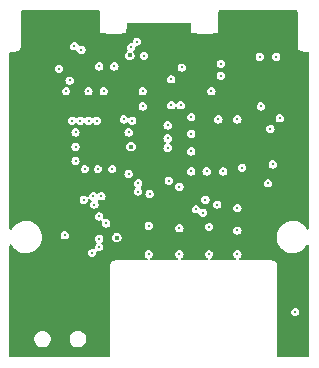
<source format=gbr>
%TF.GenerationSoftware,KiCad,Pcbnew,7.0.8*%
%TF.CreationDate,2024-04-10T13:39:31+02:00*%
%TF.ProjectId,Expansion_Card_Retrofit,45787061-6e73-4696-9f6e-5f436172645f,X1*%
%TF.SameCoordinates,Original*%
%TF.FileFunction,Copper,L3,Inr*%
%TF.FilePolarity,Positive*%
%FSLAX46Y46*%
G04 Gerber Fmt 4.6, Leading zero omitted, Abs format (unit mm)*
G04 Created by KiCad (PCBNEW 7.0.8) date 2024-04-10 13:39:31*
%MOMM*%
%LPD*%
G01*
G04 APERTURE LIST*
%TA.AperFunction,ViaPad*%
%ADD10C,0.300000*%
%TD*%
%TA.AperFunction,ViaPad*%
%ADD11C,0.400000*%
%TD*%
G04 APERTURE END LIST*
D10*
%TO.N,GND*%
X144700000Y-92200000D03*
X135800000Y-103400000D03*
X135200000Y-102800000D03*
X144200000Y-101400000D03*
X145500000Y-89900000D03*
X145500000Y-90900000D03*
X138500000Y-100700000D03*
X146900000Y-102100000D03*
X146900000Y-106000000D03*
X134300000Y-92200000D03*
X133200000Y-98100000D03*
X133700000Y-88700000D03*
X145200000Y-101800000D03*
X148800000Y-89300000D03*
X144300000Y-99000000D03*
X133200000Y-96900000D03*
X148900000Y-93500000D03*
X143000000Y-95800000D03*
X133100000Y-88400000D03*
X139000000Y-89200000D03*
X132400000Y-92200000D03*
X149500000Y-100000000D03*
X138400000Y-88000000D03*
X138900000Y-93500000D03*
X133200000Y-95700000D03*
X136300000Y-98800000D03*
X143000000Y-97300000D03*
X142000000Y-103800000D03*
X143000000Y-99000000D03*
X135100000Y-98800000D03*
X149700000Y-95400000D03*
X141300000Y-93400000D03*
X150500000Y-94500000D03*
X149900000Y-98400000D03*
X141000000Y-96200000D03*
X145300000Y-94600000D03*
X132700000Y-91300000D03*
X136500000Y-90100000D03*
X141100000Y-99800000D03*
X142000000Y-100300000D03*
X131800000Y-90300000D03*
X142100000Y-93400000D03*
X146900000Y-104000000D03*
X142000000Y-106000000D03*
X145700000Y-99000000D03*
X144500000Y-106000000D03*
X141000000Y-97000000D03*
X135200000Y-90100000D03*
X139400000Y-103600000D03*
X142200000Y-90200000D03*
X137700000Y-99200000D03*
X150200000Y-89300000D03*
X139400000Y-106000000D03*
X135600000Y-92200000D03*
X144500000Y-103700000D03*
X146900000Y-94600000D03*
X134000000Y-98800000D03*
X147300000Y-98700000D03*
X138500000Y-100000000D03*
X137900000Y-88500000D03*
X143000000Y-94400000D03*
X138900000Y-92200000D03*
D11*
X137900000Y-96900000D03*
D10*
X141300000Y-91200000D03*
D11*
%TO.N,+3V3*%
X145500000Y-101120000D03*
X132874500Y-99300000D03*
X145200000Y-91700000D03*
X132050500Y-106575500D03*
X149700000Y-97700000D03*
X130900000Y-96100000D03*
X133100000Y-92300000D03*
X141000000Y-94100000D03*
X132900000Y-89674500D03*
X136300000Y-92300000D03*
X149700000Y-93800000D03*
X136300000Y-100825500D03*
X139100000Y-105000000D03*
X140552455Y-101631409D03*
X141000000Y-97700000D03*
%TO.N,VBUS*%
X137800000Y-89180000D03*
X136700000Y-104600000D03*
D10*
%TO.N,/Development Board Section/GPIO_ADC3*%
X139475000Y-100900000D03*
X132914820Y-94700000D03*
%TO.N,LED_EN*%
X151800000Y-110900000D03*
X135000000Y-94700000D03*
%TO.N,GPIO2*%
X133900000Y-101400000D03*
X135200000Y-104700000D03*
%TO.N,GPIO3*%
X134800000Y-101800000D03*
%TO.N,GPIO4*%
X134700000Y-101100000D03*
%TO.N,GPIO5*%
X135400000Y-101100000D03*
%TO.N,SWCLK*%
X135200000Y-105400000D03*
X141000000Y-95100000D03*
X137700000Y-95700000D03*
%TO.N,SWDIO*%
X134600000Y-105900000D03*
X137300000Y-94600000D03*
%TO.N,/Development Board Section/RUN*%
X138000000Y-94700000D03*
X132300000Y-104400000D03*
%TO.N,GPIO_ADC0*%
X134304000Y-94700000D03*
X144000000Y-102500000D03*
%TO.N,GPIO_ADC1*%
X133600000Y-94700000D03*
X143400000Y-102200000D03*
%TD*%
%TA.AperFunction,Conductor*%
%TO.N,+3V3*%
G36*
X135193039Y-85370185D02*
G01*
X135238794Y-85422989D01*
X135250000Y-85474500D01*
X135250000Y-87250000D01*
X135525948Y-87250000D01*
X135579748Y-87262279D01*
X135700412Y-87320389D01*
X135700416Y-87320390D01*
X135700419Y-87320391D01*
X135832333Y-87350499D01*
X135832338Y-87350499D01*
X135832340Y-87350500D01*
X135832342Y-87350500D01*
X137017658Y-87350500D01*
X137017660Y-87350500D01*
X137017662Y-87350499D01*
X137017666Y-87350499D01*
X137149580Y-87320391D01*
X137149580Y-87320390D01*
X137149588Y-87320389D01*
X137270251Y-87262279D01*
X137324052Y-87250000D01*
X137500000Y-87250000D01*
X137500000Y-87020227D01*
X137512279Y-86966428D01*
X137520389Y-86949588D01*
X137550500Y-86817660D01*
X137550500Y-86750000D01*
X137550500Y-86702405D01*
X137550500Y-86514500D01*
X137570185Y-86447461D01*
X137622989Y-86401706D01*
X137674500Y-86390500D01*
X142876000Y-86390500D01*
X142943039Y-86410185D01*
X142988794Y-86462989D01*
X143000000Y-86514500D01*
X143000000Y-87250000D01*
X143275948Y-87250000D01*
X143329748Y-87262279D01*
X143450412Y-87320389D01*
X143450416Y-87320390D01*
X143450419Y-87320391D01*
X143582333Y-87350499D01*
X143582338Y-87350499D01*
X143582340Y-87350500D01*
X143582342Y-87350500D01*
X144767658Y-87350500D01*
X144767660Y-87350500D01*
X144767662Y-87350499D01*
X144767666Y-87350499D01*
X144899580Y-87320391D01*
X144899580Y-87320390D01*
X144899588Y-87320389D01*
X145020251Y-87262279D01*
X145074052Y-87250000D01*
X145250000Y-87250000D01*
X145250000Y-87020227D01*
X145262279Y-86966428D01*
X145270389Y-86949588D01*
X145300500Y-86817660D01*
X145300500Y-86750000D01*
X145300500Y-86702405D01*
X145300500Y-85474500D01*
X145320185Y-85407461D01*
X145372989Y-85361706D01*
X145424500Y-85350500D01*
X151875500Y-85350500D01*
X151942539Y-85370185D01*
X151988294Y-85422989D01*
X151999500Y-85474500D01*
X151999500Y-88317656D01*
X151999610Y-88318632D01*
X152000000Y-88325582D01*
X152000000Y-88750000D01*
X152225948Y-88750000D01*
X152279748Y-88762279D01*
X152400412Y-88820389D01*
X152400416Y-88820390D01*
X152400419Y-88820391D01*
X152532333Y-88850499D01*
X152532338Y-88850499D01*
X152532340Y-88850500D01*
X152543827Y-88850500D01*
X152875500Y-88850500D01*
X152942539Y-88870185D01*
X152988294Y-88922989D01*
X152999500Y-88974500D01*
X152999500Y-103801632D01*
X152979815Y-103868671D01*
X152927011Y-103914426D01*
X152857853Y-103924370D01*
X152794297Y-103895345D01*
X152769910Y-103866646D01*
X152751814Y-103837257D01*
X152692951Y-103741657D01*
X152540620Y-103568575D01*
X152540619Y-103568574D01*
X152540615Y-103568570D01*
X152361234Y-103423730D01*
X152361233Y-103423729D01*
X152341864Y-103412909D01*
X152251624Y-103362498D01*
X152159938Y-103311279D01*
X151942541Y-103234468D01*
X151942540Y-103234467D01*
X151942538Y-103234467D01*
X151942534Y-103234466D01*
X151942533Y-103234466D01*
X151715293Y-103195500D01*
X151715285Y-103195500D01*
X151542465Y-103195500D01*
X151542460Y-103195500D01*
X151370265Y-103210155D01*
X151147131Y-103268254D01*
X150937034Y-103363223D01*
X150937032Y-103363224D01*
X150815849Y-103445131D01*
X150748960Y-103490341D01*
X150745999Y-103492342D01*
X150579540Y-103651878D01*
X150442434Y-103837257D01*
X150338630Y-104043138D01*
X150271113Y-104263606D01*
X150241828Y-104492306D01*
X150251613Y-104722662D01*
X150251614Y-104722670D01*
X150300190Y-104948062D01*
X150300190Y-104948063D01*
X150376384Y-105137681D01*
X150386159Y-105162006D01*
X150430089Y-105233353D01*
X150507048Y-105358342D01*
X150659380Y-105531425D01*
X150659384Y-105531429D01*
X150838765Y-105676269D01*
X150838766Y-105676270D01*
X150838769Y-105676271D01*
X150838772Y-105676274D01*
X151040063Y-105788721D01*
X151257462Y-105865533D01*
X151384272Y-105887277D01*
X151484706Y-105904499D01*
X151484715Y-105904500D01*
X151657540Y-105904500D01*
X151829734Y-105889844D01*
X151829737Y-105889843D01*
X151829739Y-105889843D01*
X152052869Y-105831745D01*
X152260237Y-105738009D01*
X152262965Y-105736776D01*
X152262967Y-105736775D01*
X152262967Y-105736774D01*
X152262971Y-105736773D01*
X152454000Y-105607659D01*
X152620462Y-105448119D01*
X152757566Y-105262742D01*
X152764777Y-105248437D01*
X152812535Y-105197440D01*
X152880284Y-105180356D01*
X152946514Y-105202613D01*
X152990198Y-105257142D01*
X152999500Y-105304264D01*
X152999500Y-114625500D01*
X152979815Y-114692539D01*
X152927011Y-114738294D01*
X152875500Y-114749500D01*
X150424500Y-114749500D01*
X150357461Y-114729815D01*
X150311706Y-114677011D01*
X150300500Y-114625500D01*
X150300500Y-110900002D01*
X151445131Y-110900002D01*
X151462498Y-111009658D01*
X151512904Y-111108585D01*
X151512909Y-111108592D01*
X151591407Y-111187090D01*
X151591410Y-111187092D01*
X151591413Y-111187095D01*
X151690339Y-111237500D01*
X151690341Y-111237501D01*
X151799998Y-111254869D01*
X151800000Y-111254869D01*
X151800002Y-111254869D01*
X151909658Y-111237501D01*
X151909659Y-111237500D01*
X151909661Y-111237500D01*
X152008587Y-111187095D01*
X152087095Y-111108587D01*
X152137500Y-111009661D01*
X152137500Y-111009659D01*
X152137501Y-111009658D01*
X152154869Y-110900002D01*
X152154869Y-110899997D01*
X152137501Y-110790341D01*
X152137500Y-110790339D01*
X152087095Y-110691413D01*
X152087092Y-110691410D01*
X152087090Y-110691407D01*
X152008592Y-110612909D01*
X152008588Y-110612906D01*
X152008587Y-110612905D01*
X152004743Y-110610946D01*
X151909658Y-110562498D01*
X151800002Y-110545131D01*
X151799998Y-110545131D01*
X151690341Y-110562498D01*
X151591414Y-110612904D01*
X151591407Y-110612909D01*
X151512909Y-110691407D01*
X151512904Y-110691414D01*
X151462498Y-110790341D01*
X151445131Y-110899997D01*
X151445131Y-110900002D01*
X150300500Y-110900002D01*
X150300500Y-107019583D01*
X150300481Y-107019183D01*
X150300485Y-106985057D01*
X150300484Y-106985052D01*
X150275397Y-106875097D01*
X150275397Y-106875095D01*
X150226467Y-106773473D01*
X150212403Y-106755835D01*
X150156154Y-106685291D01*
X150156149Y-106685286D01*
X150067969Y-106614959D01*
X149966354Y-106566021D01*
X149966350Y-106566020D01*
X149953962Y-106563192D01*
X149856394Y-106540921D01*
X149856391Y-106540921D01*
X147126921Y-106540921D01*
X147059882Y-106521236D01*
X147014127Y-106468432D01*
X147004183Y-106399274D01*
X147033208Y-106335718D01*
X147070625Y-106306437D01*
X147108587Y-106287095D01*
X147187095Y-106208587D01*
X147237500Y-106109661D01*
X147237500Y-106109659D01*
X147237501Y-106109658D01*
X147254869Y-106000002D01*
X147254869Y-105999997D01*
X147237501Y-105890341D01*
X147207645Y-105831745D01*
X147187095Y-105791413D01*
X147187092Y-105791410D01*
X147187090Y-105791407D01*
X147108592Y-105712909D01*
X147108588Y-105712906D01*
X147108587Y-105712905D01*
X147104743Y-105710946D01*
X147009658Y-105662498D01*
X146900002Y-105645131D01*
X146899998Y-105645131D01*
X146790341Y-105662498D01*
X146691414Y-105712904D01*
X146691407Y-105712909D01*
X146612909Y-105791407D01*
X146612904Y-105791414D01*
X146562498Y-105890341D01*
X146545131Y-105999997D01*
X146545131Y-106000002D01*
X146562498Y-106109658D01*
X146612904Y-106208585D01*
X146612909Y-106208592D01*
X146691407Y-106287090D01*
X146691413Y-106287095D01*
X146729374Y-106306437D01*
X146780169Y-106354410D01*
X146796965Y-106422231D01*
X146774428Y-106488366D01*
X146719713Y-106531818D01*
X146673079Y-106540921D01*
X144726921Y-106540921D01*
X144659882Y-106521236D01*
X144614127Y-106468432D01*
X144604183Y-106399274D01*
X144633208Y-106335718D01*
X144670625Y-106306437D01*
X144708587Y-106287095D01*
X144787095Y-106208587D01*
X144837500Y-106109661D01*
X144837500Y-106109659D01*
X144837501Y-106109658D01*
X144854869Y-106000002D01*
X144854869Y-105999997D01*
X144837501Y-105890341D01*
X144807645Y-105831745D01*
X144787095Y-105791413D01*
X144787092Y-105791410D01*
X144787090Y-105791407D01*
X144708592Y-105712909D01*
X144708588Y-105712906D01*
X144708587Y-105712905D01*
X144704743Y-105710946D01*
X144609658Y-105662498D01*
X144500002Y-105645131D01*
X144499998Y-105645131D01*
X144390341Y-105662498D01*
X144291414Y-105712904D01*
X144291407Y-105712909D01*
X144212909Y-105791407D01*
X144212904Y-105791414D01*
X144162498Y-105890341D01*
X144145131Y-105999997D01*
X144145131Y-106000002D01*
X144162498Y-106109658D01*
X144212904Y-106208585D01*
X144212909Y-106208592D01*
X144291407Y-106287090D01*
X144291413Y-106287095D01*
X144329374Y-106306437D01*
X144380169Y-106354410D01*
X144396965Y-106422231D01*
X144374428Y-106488366D01*
X144319713Y-106531818D01*
X144273079Y-106540921D01*
X142226921Y-106540921D01*
X142159882Y-106521236D01*
X142114127Y-106468432D01*
X142104183Y-106399274D01*
X142133208Y-106335718D01*
X142170625Y-106306437D01*
X142208587Y-106287095D01*
X142287095Y-106208587D01*
X142337500Y-106109661D01*
X142337500Y-106109659D01*
X142337501Y-106109658D01*
X142354869Y-106000002D01*
X142354869Y-105999997D01*
X142337501Y-105890341D01*
X142307645Y-105831745D01*
X142287095Y-105791413D01*
X142287092Y-105791410D01*
X142287090Y-105791407D01*
X142208592Y-105712909D01*
X142208588Y-105712906D01*
X142208587Y-105712905D01*
X142204743Y-105710946D01*
X142109658Y-105662498D01*
X142000002Y-105645131D01*
X141999998Y-105645131D01*
X141890341Y-105662498D01*
X141791414Y-105712904D01*
X141791407Y-105712909D01*
X141712909Y-105791407D01*
X141712904Y-105791414D01*
X141662498Y-105890341D01*
X141645131Y-105999997D01*
X141645131Y-106000002D01*
X141662498Y-106109658D01*
X141712904Y-106208585D01*
X141712909Y-106208592D01*
X141791407Y-106287090D01*
X141791413Y-106287095D01*
X141829374Y-106306437D01*
X141880169Y-106354410D01*
X141896965Y-106422231D01*
X141874428Y-106488366D01*
X141819713Y-106531818D01*
X141773079Y-106540921D01*
X139626921Y-106540921D01*
X139559882Y-106521236D01*
X139514127Y-106468432D01*
X139504183Y-106399274D01*
X139533208Y-106335718D01*
X139570625Y-106306437D01*
X139608587Y-106287095D01*
X139687095Y-106208587D01*
X139737500Y-106109661D01*
X139737500Y-106109659D01*
X139737501Y-106109658D01*
X139754869Y-106000002D01*
X139754869Y-105999997D01*
X139737501Y-105890341D01*
X139707645Y-105831745D01*
X139687095Y-105791413D01*
X139687092Y-105791410D01*
X139687090Y-105791407D01*
X139608592Y-105712909D01*
X139608588Y-105712906D01*
X139608587Y-105712905D01*
X139604743Y-105710946D01*
X139509658Y-105662498D01*
X139400002Y-105645131D01*
X139399998Y-105645131D01*
X139290341Y-105662498D01*
X139191414Y-105712904D01*
X139191407Y-105712909D01*
X139112909Y-105791407D01*
X139112904Y-105791414D01*
X139062498Y-105890341D01*
X139045131Y-105999997D01*
X139045131Y-106000002D01*
X139062498Y-106109658D01*
X139112904Y-106208585D01*
X139112909Y-106208592D01*
X139191407Y-106287090D01*
X139191413Y-106287095D01*
X139229374Y-106306437D01*
X139280169Y-106354410D01*
X139296965Y-106422231D01*
X139274428Y-106488366D01*
X139219713Y-106531818D01*
X139173079Y-106540921D01*
X136651383Y-106540921D01*
X136651311Y-106540900D01*
X136600000Y-106540900D01*
X136543603Y-106540900D01*
X136474672Y-106556634D01*
X136433641Y-106566000D01*
X136433638Y-106566001D01*
X136332019Y-106614941D01*
X136243835Y-106685271D01*
X136243834Y-106685273D01*
X136173514Y-106773462D01*
X136124583Y-106875087D01*
X136124583Y-106875088D01*
X136099494Y-106985052D01*
X136099493Y-106985056D01*
X136099500Y-107041389D01*
X136099500Y-114625500D01*
X136079815Y-114692539D01*
X136027011Y-114738294D01*
X135975500Y-114749500D01*
X127724500Y-114749500D01*
X127657461Y-114729815D01*
X127611706Y-114677011D01*
X127600500Y-114625500D01*
X127600500Y-113285542D01*
X129695500Y-113285542D01*
X129736441Y-113451650D01*
X129736442Y-113451653D01*
X129736443Y-113451654D01*
X129815950Y-113603141D01*
X129929399Y-113731199D01*
X130070198Y-113828385D01*
X130157472Y-113861483D01*
X130230160Y-113889051D01*
X130230162Y-113889051D01*
X130230164Y-113889052D01*
X130272572Y-113894201D01*
X130357387Y-113904500D01*
X130357389Y-113904500D01*
X130442613Y-113904500D01*
X130506223Y-113896776D01*
X130569836Y-113889052D01*
X130729802Y-113828385D01*
X130870601Y-113731199D01*
X130984050Y-113603141D01*
X131063557Y-113451654D01*
X131104500Y-113285542D01*
X132695500Y-113285542D01*
X132736441Y-113451650D01*
X132736442Y-113451653D01*
X132736443Y-113451654D01*
X132815950Y-113603141D01*
X132929399Y-113731199D01*
X133070198Y-113828385D01*
X133157472Y-113861483D01*
X133230160Y-113889051D01*
X133230162Y-113889051D01*
X133230164Y-113889052D01*
X133272572Y-113894201D01*
X133357387Y-113904500D01*
X133357389Y-113904500D01*
X133442613Y-113904500D01*
X133506223Y-113896776D01*
X133569836Y-113889052D01*
X133729802Y-113828385D01*
X133870601Y-113731199D01*
X133984050Y-113603141D01*
X134063557Y-113451654D01*
X134104500Y-113285542D01*
X134104500Y-113114458D01*
X134063557Y-112948346D01*
X133984050Y-112796859D01*
X133870601Y-112668801D01*
X133729802Y-112571615D01*
X133569839Y-112510948D01*
X133569834Y-112510947D01*
X133442613Y-112495500D01*
X133442611Y-112495500D01*
X133357389Y-112495500D01*
X133357387Y-112495500D01*
X133230165Y-112510947D01*
X133230160Y-112510948D01*
X133070197Y-112571615D01*
X133070196Y-112571616D01*
X132929399Y-112668800D01*
X132815950Y-112796859D01*
X132736441Y-112948349D01*
X132695500Y-113114457D01*
X132695500Y-113285542D01*
X131104500Y-113285542D01*
X131104500Y-113114458D01*
X131063557Y-112948346D01*
X130984050Y-112796859D01*
X130870601Y-112668801D01*
X130729802Y-112571615D01*
X130569839Y-112510948D01*
X130569834Y-112510947D01*
X130442613Y-112495500D01*
X130442611Y-112495500D01*
X130357389Y-112495500D01*
X130357387Y-112495500D01*
X130230165Y-112510947D01*
X130230160Y-112510948D01*
X130070197Y-112571615D01*
X130070196Y-112571616D01*
X129929399Y-112668800D01*
X129815950Y-112796859D01*
X129736441Y-112948349D01*
X129695500Y-113114457D01*
X129695500Y-113285542D01*
X127600500Y-113285542D01*
X127600500Y-105298367D01*
X127620185Y-105231328D01*
X127672989Y-105185573D01*
X127742147Y-105175629D01*
X127805703Y-105204654D01*
X127830087Y-105233349D01*
X127870120Y-105298367D01*
X127907048Y-105358342D01*
X128059380Y-105531425D01*
X128059384Y-105531429D01*
X128238765Y-105676269D01*
X128238766Y-105676270D01*
X128238769Y-105676271D01*
X128238772Y-105676274D01*
X128440063Y-105788721D01*
X128657462Y-105865533D01*
X128784272Y-105887277D01*
X128884706Y-105904499D01*
X128884715Y-105904500D01*
X129057540Y-105904500D01*
X129110387Y-105900002D01*
X134245131Y-105900002D01*
X134262498Y-106009658D01*
X134312904Y-106108585D01*
X134312909Y-106108592D01*
X134391407Y-106187090D01*
X134391410Y-106187092D01*
X134391413Y-106187095D01*
X134433590Y-106208585D01*
X134490341Y-106237501D01*
X134599998Y-106254869D01*
X134600000Y-106254869D01*
X134600002Y-106254869D01*
X134709658Y-106237501D01*
X134709659Y-106237500D01*
X134709661Y-106237500D01*
X134808587Y-106187095D01*
X134887095Y-106108587D01*
X134937500Y-106009661D01*
X134937500Y-106009659D01*
X134937501Y-106009658D01*
X134954869Y-105900002D01*
X134954869Y-105900001D01*
X134954869Y-105900000D01*
X134951682Y-105879880D01*
X134960636Y-105810589D01*
X135005631Y-105757136D01*
X135072382Y-105736495D01*
X135093551Y-105738008D01*
X135155183Y-105747770D01*
X135199999Y-105754869D01*
X135200000Y-105754869D01*
X135200002Y-105754869D01*
X135309658Y-105737501D01*
X135309659Y-105737500D01*
X135309661Y-105737500D01*
X135408587Y-105687095D01*
X135487095Y-105608587D01*
X135537500Y-105509661D01*
X135537500Y-105509659D01*
X135537501Y-105509658D01*
X135554869Y-105400002D01*
X135554869Y-105399997D01*
X135537501Y-105290341D01*
X135508464Y-105233353D01*
X135487095Y-105191413D01*
X135487092Y-105191410D01*
X135487090Y-105191407D01*
X135433364Y-105137681D01*
X135399879Y-105076358D01*
X135404863Y-105006666D01*
X135433364Y-104962319D01*
X135487090Y-104908592D01*
X135487095Y-104908587D01*
X135537500Y-104809661D01*
X135537500Y-104809659D01*
X135537501Y-104809658D01*
X135554869Y-104700002D01*
X135554869Y-104699997D01*
X135539031Y-104600003D01*
X136294508Y-104600003D01*
X136314352Y-104725300D01*
X136314352Y-104725301D01*
X136329418Y-104754869D01*
X136371950Y-104838342D01*
X136371952Y-104838344D01*
X136371954Y-104838347D01*
X136461652Y-104928045D01*
X136461654Y-104928046D01*
X136461658Y-104928050D01*
X136574696Y-104985646D01*
X136574697Y-104985646D01*
X136574699Y-104985647D01*
X136699997Y-105005492D01*
X136700000Y-105005492D01*
X136700003Y-105005492D01*
X136825300Y-104985647D01*
X136825301Y-104985647D01*
X136825302Y-104985646D01*
X136825304Y-104985646D01*
X136938342Y-104928050D01*
X137028050Y-104838342D01*
X137085646Y-104725304D01*
X137085646Y-104725302D01*
X137085647Y-104725301D01*
X137085647Y-104725300D01*
X137105492Y-104600003D01*
X137105492Y-104599996D01*
X137085647Y-104474699D01*
X137085647Y-104474698D01*
X137085646Y-104474696D01*
X137028050Y-104361658D01*
X137028046Y-104361654D01*
X137028045Y-104361652D01*
X136938347Y-104271954D01*
X136938344Y-104271952D01*
X136938342Y-104271950D01*
X136825304Y-104214354D01*
X136825303Y-104214353D01*
X136825300Y-104214352D01*
X136700003Y-104194508D01*
X136699997Y-104194508D01*
X136574699Y-104214352D01*
X136574698Y-104214352D01*
X136499337Y-104252751D01*
X136461658Y-104271950D01*
X136461657Y-104271951D01*
X136461652Y-104271954D01*
X136371954Y-104361652D01*
X136371951Y-104361657D01*
X136314352Y-104474698D01*
X136314352Y-104474699D01*
X136294508Y-104599996D01*
X136294508Y-104600003D01*
X135539031Y-104600003D01*
X135537501Y-104590341D01*
X135537500Y-104590339D01*
X135487095Y-104491413D01*
X135487092Y-104491410D01*
X135487090Y-104491407D01*
X135408592Y-104412909D01*
X135408588Y-104412906D01*
X135408587Y-104412905D01*
X135383263Y-104400002D01*
X135309658Y-104362498D01*
X135200002Y-104345131D01*
X135199998Y-104345131D01*
X135090341Y-104362498D01*
X134991414Y-104412904D01*
X134991407Y-104412909D01*
X134912909Y-104491407D01*
X134912904Y-104491414D01*
X134862498Y-104590341D01*
X134845131Y-104699997D01*
X134845131Y-104700002D01*
X134862498Y-104809658D01*
X134912904Y-104908585D01*
X134912909Y-104908592D01*
X134966636Y-104962319D01*
X135000121Y-105023642D01*
X134995137Y-105093334D01*
X134966636Y-105137681D01*
X134912909Y-105191407D01*
X134912904Y-105191414D01*
X134862498Y-105290341D01*
X134845131Y-105399997D01*
X134845131Y-105400003D01*
X134848317Y-105420120D01*
X134839362Y-105489413D01*
X134794366Y-105542865D01*
X134727614Y-105563504D01*
X134706446Y-105561990D01*
X134600002Y-105545131D01*
X134599998Y-105545131D01*
X134490341Y-105562498D01*
X134391414Y-105612904D01*
X134391407Y-105612909D01*
X134312909Y-105691407D01*
X134312904Y-105691414D01*
X134262498Y-105790341D01*
X134245131Y-105899997D01*
X134245131Y-105900002D01*
X129110387Y-105900002D01*
X129229734Y-105889844D01*
X129229737Y-105889843D01*
X129229739Y-105889843D01*
X129452869Y-105831745D01*
X129660237Y-105738009D01*
X129662965Y-105736776D01*
X129662967Y-105736775D01*
X129662967Y-105736774D01*
X129662971Y-105736773D01*
X129854000Y-105607659D01*
X130020462Y-105448119D01*
X130157566Y-105262742D01*
X130261370Y-105056860D01*
X130328886Y-104836397D01*
X130358172Y-104607694D01*
X130349349Y-104400002D01*
X131945131Y-104400002D01*
X131962498Y-104509658D01*
X132012904Y-104608585D01*
X132012909Y-104608592D01*
X132091407Y-104687090D01*
X132091410Y-104687092D01*
X132091413Y-104687095D01*
X132166395Y-104725300D01*
X132190341Y-104737501D01*
X132299998Y-104754869D01*
X132300000Y-104754869D01*
X132300002Y-104754869D01*
X132409658Y-104737501D01*
X132409659Y-104737500D01*
X132409661Y-104737500D01*
X132508587Y-104687095D01*
X132587095Y-104608587D01*
X132637500Y-104509661D01*
X132637500Y-104509659D01*
X132637501Y-104509658D01*
X132654869Y-104400002D01*
X132654869Y-104399997D01*
X132637501Y-104290341D01*
X132595848Y-104208592D01*
X132587095Y-104191413D01*
X132587092Y-104191410D01*
X132587090Y-104191407D01*
X132508592Y-104112909D01*
X132508588Y-104112906D01*
X132508587Y-104112905D01*
X132457922Y-104087090D01*
X132409658Y-104062498D01*
X132300002Y-104045131D01*
X132299998Y-104045131D01*
X132190341Y-104062498D01*
X132091414Y-104112904D01*
X132091407Y-104112909D01*
X132012909Y-104191407D01*
X132012904Y-104191414D01*
X131962498Y-104290341D01*
X131945131Y-104399997D01*
X131945131Y-104400002D01*
X130349349Y-104400002D01*
X130348386Y-104377332D01*
X130299810Y-104151938D01*
X130213841Y-103937994D01*
X130092951Y-103741657D01*
X129940620Y-103568575D01*
X129940619Y-103568574D01*
X129940615Y-103568570D01*
X129761234Y-103423730D01*
X129761233Y-103423729D01*
X129741864Y-103412909D01*
X129651624Y-103362498D01*
X129559938Y-103311279D01*
X129342541Y-103234468D01*
X129342540Y-103234467D01*
X129342538Y-103234467D01*
X129342534Y-103234466D01*
X129342533Y-103234466D01*
X129115293Y-103195500D01*
X129115285Y-103195500D01*
X128942465Y-103195500D01*
X128942460Y-103195500D01*
X128770265Y-103210155D01*
X128547131Y-103268254D01*
X128337034Y-103363223D01*
X128337032Y-103363224D01*
X128215849Y-103445131D01*
X128148960Y-103490341D01*
X128145999Y-103492342D01*
X127979540Y-103651878D01*
X127842434Y-103837257D01*
X127835222Y-103851562D01*
X127787463Y-103902560D01*
X127719714Y-103919643D01*
X127653484Y-103897385D01*
X127609801Y-103842854D01*
X127600500Y-103795735D01*
X127600500Y-102800002D01*
X134845131Y-102800002D01*
X134862498Y-102909658D01*
X134912904Y-103008585D01*
X134912909Y-103008592D01*
X134991407Y-103087090D01*
X134991410Y-103087092D01*
X134991413Y-103087095D01*
X135090339Y-103137500D01*
X135090341Y-103137501D01*
X135199998Y-103154869D01*
X135200000Y-103154869D01*
X135200002Y-103154869D01*
X135319300Y-103135974D01*
X135319733Y-103138712D01*
X135374427Y-103137140D01*
X135434266Y-103173208D01*
X135465107Y-103235903D01*
X135461932Y-103280368D01*
X135464026Y-103280700D01*
X135445131Y-103399997D01*
X135445131Y-103400002D01*
X135462498Y-103509658D01*
X135512904Y-103608585D01*
X135512909Y-103608592D01*
X135591407Y-103687090D01*
X135591410Y-103687092D01*
X135591413Y-103687095D01*
X135690339Y-103737500D01*
X135690341Y-103737501D01*
X135799998Y-103754869D01*
X135800000Y-103754869D01*
X135800002Y-103754869D01*
X135909658Y-103737501D01*
X135909659Y-103737500D01*
X135909661Y-103737500D01*
X136008587Y-103687095D01*
X136087095Y-103608587D01*
X136091469Y-103600002D01*
X139045131Y-103600002D01*
X139062498Y-103709658D01*
X139112904Y-103808585D01*
X139112909Y-103808592D01*
X139191407Y-103887090D01*
X139191410Y-103887092D01*
X139191413Y-103887095D01*
X139264570Y-103924370D01*
X139290341Y-103937501D01*
X139399998Y-103954869D01*
X139400000Y-103954869D01*
X139400002Y-103954869D01*
X139509658Y-103937501D01*
X139509659Y-103937500D01*
X139509661Y-103937500D01*
X139608587Y-103887095D01*
X139687095Y-103808587D01*
X139691469Y-103800002D01*
X141645131Y-103800002D01*
X141662498Y-103909658D01*
X141712904Y-104008585D01*
X141712909Y-104008592D01*
X141791407Y-104087090D01*
X141791410Y-104087092D01*
X141791413Y-104087095D01*
X141890339Y-104137500D01*
X141890341Y-104137501D01*
X141999998Y-104154869D01*
X142000000Y-104154869D01*
X142000002Y-104154869D01*
X142109658Y-104137501D01*
X142109659Y-104137500D01*
X142109661Y-104137500D01*
X142208587Y-104087095D01*
X142287095Y-104008587D01*
X142337500Y-103909661D01*
X142337500Y-103909659D01*
X142337501Y-103909658D01*
X142354869Y-103800002D01*
X142354869Y-103799997D01*
X142339031Y-103700002D01*
X144145131Y-103700002D01*
X144162498Y-103809658D01*
X144212904Y-103908585D01*
X144212909Y-103908592D01*
X144291407Y-103987090D01*
X144291410Y-103987092D01*
X144291413Y-103987095D01*
X144316741Y-104000000D01*
X144390341Y-104037501D01*
X144499998Y-104054869D01*
X144500000Y-104054869D01*
X144500002Y-104054869D01*
X144609658Y-104037501D01*
X144609659Y-104037500D01*
X144609661Y-104037500D01*
X144683255Y-104000002D01*
X146545131Y-104000002D01*
X146562498Y-104109658D01*
X146612904Y-104208585D01*
X146612909Y-104208592D01*
X146691407Y-104287090D01*
X146691410Y-104287092D01*
X146691413Y-104287095D01*
X146790339Y-104337500D01*
X146790341Y-104337501D01*
X146899998Y-104354869D01*
X146900000Y-104354869D01*
X146900002Y-104354869D01*
X147009658Y-104337501D01*
X147009659Y-104337500D01*
X147009661Y-104337500D01*
X147108587Y-104287095D01*
X147187095Y-104208587D01*
X147237500Y-104109661D01*
X147237500Y-104109659D01*
X147237501Y-104109658D01*
X147254869Y-104000002D01*
X147254869Y-103999997D01*
X147237501Y-103890341D01*
X147210454Y-103837258D01*
X147187095Y-103791413D01*
X147187092Y-103791410D01*
X147187090Y-103791407D01*
X147108592Y-103712909D01*
X147108588Y-103712906D01*
X147108587Y-103712905D01*
X147083263Y-103700002D01*
X147009658Y-103662498D01*
X146900002Y-103645131D01*
X146899998Y-103645131D01*
X146790341Y-103662498D01*
X146691414Y-103712904D01*
X146691407Y-103712909D01*
X146612909Y-103791407D01*
X146612904Y-103791414D01*
X146562498Y-103890341D01*
X146545131Y-103999997D01*
X146545131Y-104000002D01*
X144683255Y-104000002D01*
X144708587Y-103987095D01*
X144787095Y-103908587D01*
X144837500Y-103809661D01*
X144837500Y-103809659D01*
X144837501Y-103809658D01*
X144854869Y-103700002D01*
X144854869Y-103699997D01*
X144837501Y-103590341D01*
X144826408Y-103568570D01*
X144787095Y-103491413D01*
X144787092Y-103491410D01*
X144787090Y-103491407D01*
X144708592Y-103412909D01*
X144708588Y-103412906D01*
X144708587Y-103412905D01*
X144683263Y-103400002D01*
X144609658Y-103362498D01*
X144500002Y-103345131D01*
X144499998Y-103345131D01*
X144390341Y-103362498D01*
X144291414Y-103412904D01*
X144291407Y-103412909D01*
X144212909Y-103491407D01*
X144212904Y-103491414D01*
X144162498Y-103590341D01*
X144145131Y-103699997D01*
X144145131Y-103700002D01*
X142339031Y-103700002D01*
X142337501Y-103690341D01*
X142317903Y-103651878D01*
X142287095Y-103591413D01*
X142287092Y-103591410D01*
X142287090Y-103591407D01*
X142208592Y-103512909D01*
X142208588Y-103512906D01*
X142208587Y-103512905D01*
X142168228Y-103492341D01*
X142109658Y-103462498D01*
X142000002Y-103445131D01*
X141999998Y-103445131D01*
X141890341Y-103462498D01*
X141791414Y-103512904D01*
X141791407Y-103512909D01*
X141712909Y-103591407D01*
X141712904Y-103591414D01*
X141662498Y-103690341D01*
X141645131Y-103799997D01*
X141645131Y-103800002D01*
X139691469Y-103800002D01*
X139737500Y-103709661D01*
X139737500Y-103709659D01*
X139737501Y-103709658D01*
X139754869Y-103600002D01*
X139754869Y-103599997D01*
X139737501Y-103490341D01*
X139723314Y-103462498D01*
X139687095Y-103391413D01*
X139687092Y-103391410D01*
X139687090Y-103391407D01*
X139608592Y-103312909D01*
X139608588Y-103312906D01*
X139608587Y-103312905D01*
X139604743Y-103310946D01*
X139509658Y-103262498D01*
X139400002Y-103245131D01*
X139399998Y-103245131D01*
X139290341Y-103262498D01*
X139191414Y-103312904D01*
X139191407Y-103312909D01*
X139112909Y-103391407D01*
X139112904Y-103391414D01*
X139062498Y-103490341D01*
X139045131Y-103599997D01*
X139045131Y-103600002D01*
X136091469Y-103600002D01*
X136137500Y-103509661D01*
X136137500Y-103509659D01*
X136137501Y-103509658D01*
X136154869Y-103400002D01*
X136154869Y-103399997D01*
X136137501Y-103290341D01*
X136132589Y-103280700D01*
X136087095Y-103191413D01*
X136087092Y-103191410D01*
X136087090Y-103191407D01*
X136008592Y-103112909D01*
X136008588Y-103112906D01*
X136008587Y-103112905D01*
X135957922Y-103087090D01*
X135909658Y-103062498D01*
X135800002Y-103045131D01*
X135799998Y-103045131D01*
X135680700Y-103064026D01*
X135680266Y-103061291D01*
X135625538Y-103062850D01*
X135565709Y-103026765D01*
X135534886Y-102964061D01*
X135538069Y-102919631D01*
X135535974Y-102919300D01*
X135554869Y-102800002D01*
X135554869Y-102799997D01*
X135537501Y-102690341D01*
X135537500Y-102690339D01*
X135487095Y-102591413D01*
X135487092Y-102591410D01*
X135487090Y-102591407D01*
X135408592Y-102512909D01*
X135408588Y-102512906D01*
X135408587Y-102512905D01*
X135383263Y-102500002D01*
X135309658Y-102462498D01*
X135200002Y-102445131D01*
X135199998Y-102445131D01*
X135090341Y-102462498D01*
X134991414Y-102512904D01*
X134991407Y-102512909D01*
X134912909Y-102591407D01*
X134912904Y-102591414D01*
X134862498Y-102690341D01*
X134845131Y-102799997D01*
X134845131Y-102800002D01*
X127600500Y-102800002D01*
X127600500Y-102200002D01*
X143045131Y-102200002D01*
X143062498Y-102309658D01*
X143112904Y-102408585D01*
X143112909Y-102408592D01*
X143191407Y-102487090D01*
X143191410Y-102487092D01*
X143191413Y-102487095D01*
X143286987Y-102535792D01*
X143290341Y-102537501D01*
X143399998Y-102554869D01*
X143400000Y-102554869D01*
X143400002Y-102554869D01*
X143519300Y-102535974D01*
X143519539Y-102537484D01*
X143578596Y-102535792D01*
X143638433Y-102571866D01*
X143656027Y-102602006D01*
X143658070Y-102600966D01*
X143712904Y-102708585D01*
X143712909Y-102708592D01*
X143791407Y-102787090D01*
X143791410Y-102787092D01*
X143791413Y-102787095D01*
X143816741Y-102800000D01*
X143890341Y-102837501D01*
X143999998Y-102854869D01*
X144000000Y-102854869D01*
X144000002Y-102854869D01*
X144109658Y-102837501D01*
X144109659Y-102837500D01*
X144109661Y-102837500D01*
X144208587Y-102787095D01*
X144287095Y-102708587D01*
X144337500Y-102609661D01*
X144337500Y-102609659D01*
X144337501Y-102609658D01*
X144354869Y-102500002D01*
X144354869Y-102499997D01*
X144337501Y-102390341D01*
X144335845Y-102387090D01*
X144287095Y-102291413D01*
X144287092Y-102291410D01*
X144287090Y-102291407D01*
X144208592Y-102212909D01*
X144208588Y-102212906D01*
X144208587Y-102212905D01*
X144183263Y-102200002D01*
X144109658Y-102162498D01*
X144000002Y-102145131D01*
X143999998Y-102145131D01*
X143880700Y-102164026D01*
X143880461Y-102162518D01*
X143821385Y-102164203D01*
X143761554Y-102128119D01*
X143743977Y-102097990D01*
X143741930Y-102099034D01*
X143735847Y-102087095D01*
X143687095Y-101991413D01*
X143687092Y-101991410D01*
X143687090Y-101991407D01*
X143608592Y-101912909D01*
X143608588Y-101912906D01*
X143608587Y-101912905D01*
X143602214Y-101909658D01*
X143509658Y-101862498D01*
X143400002Y-101845131D01*
X143399998Y-101845131D01*
X143290341Y-101862498D01*
X143191414Y-101912904D01*
X143191407Y-101912909D01*
X143112909Y-101991407D01*
X143112904Y-101991414D01*
X143062498Y-102090341D01*
X143045131Y-102199997D01*
X143045131Y-102200002D01*
X127600500Y-102200002D01*
X127600500Y-101400002D01*
X133545131Y-101400002D01*
X133562498Y-101509658D01*
X133612904Y-101608585D01*
X133612909Y-101608592D01*
X133691407Y-101687090D01*
X133691410Y-101687092D01*
X133691413Y-101687095D01*
X133790339Y-101737500D01*
X133790341Y-101737501D01*
X133899998Y-101754869D01*
X133900000Y-101754869D01*
X133900002Y-101754869D01*
X134009658Y-101737501D01*
X134009659Y-101737500D01*
X134009661Y-101737500D01*
X134108587Y-101687095D01*
X134187095Y-101608587D01*
X134237500Y-101509661D01*
X134237500Y-101509659D01*
X134237501Y-101509658D01*
X134250905Y-101425026D01*
X134280834Y-101361891D01*
X134340145Y-101324959D01*
X134410007Y-101325957D01*
X134461059Y-101356742D01*
X134491407Y-101387090D01*
X134491410Y-101387092D01*
X134491413Y-101387095D01*
X134491415Y-101387096D01*
X134499305Y-101392828D01*
X134498099Y-101394487D01*
X134539731Y-101433810D01*
X134556524Y-101501631D01*
X134533984Y-101567765D01*
X134520322Y-101583994D01*
X134512910Y-101591405D01*
X134512904Y-101591414D01*
X134462498Y-101690341D01*
X134445131Y-101799997D01*
X134445131Y-101800002D01*
X134462498Y-101909658D01*
X134512904Y-102008585D01*
X134512909Y-102008592D01*
X134591407Y-102087090D01*
X134591410Y-102087092D01*
X134591413Y-102087095D01*
X134616741Y-102100000D01*
X134690341Y-102137501D01*
X134799998Y-102154869D01*
X134800000Y-102154869D01*
X134800002Y-102154869D01*
X134909658Y-102137501D01*
X134909659Y-102137500D01*
X134909661Y-102137500D01*
X135008587Y-102087095D01*
X135087095Y-102008587D01*
X135137500Y-101909661D01*
X135137500Y-101909659D01*
X135137501Y-101909658D01*
X135154869Y-101800002D01*
X144845131Y-101800002D01*
X144862498Y-101909658D01*
X144912904Y-102008585D01*
X144912909Y-102008592D01*
X144991407Y-102087090D01*
X144991410Y-102087092D01*
X144991413Y-102087095D01*
X145016741Y-102100000D01*
X145090341Y-102137501D01*
X145199998Y-102154869D01*
X145200000Y-102154869D01*
X145200002Y-102154869D01*
X145309658Y-102137501D01*
X145309659Y-102137500D01*
X145309661Y-102137500D01*
X145383255Y-102100002D01*
X146545131Y-102100002D01*
X146562498Y-102209658D01*
X146612904Y-102308585D01*
X146612909Y-102308592D01*
X146691407Y-102387090D01*
X146691410Y-102387092D01*
X146691413Y-102387095D01*
X146733590Y-102408585D01*
X146790341Y-102437501D01*
X146899998Y-102454869D01*
X146900000Y-102454869D01*
X146900002Y-102454869D01*
X147009658Y-102437501D01*
X147009659Y-102437500D01*
X147009661Y-102437500D01*
X147108587Y-102387095D01*
X147187095Y-102308587D01*
X147237500Y-102209661D01*
X147237500Y-102209659D01*
X147237501Y-102209658D01*
X147254869Y-102100002D01*
X147254869Y-102099997D01*
X147237501Y-101990341D01*
X147237500Y-101990339D01*
X147187095Y-101891413D01*
X147187092Y-101891410D01*
X147187090Y-101891407D01*
X147108592Y-101812909D01*
X147108588Y-101812906D01*
X147108587Y-101812905D01*
X147083263Y-101800002D01*
X147009658Y-101762498D01*
X146900002Y-101745131D01*
X146899998Y-101745131D01*
X146790341Y-101762498D01*
X146691414Y-101812904D01*
X146691407Y-101812909D01*
X146612909Y-101891407D01*
X146612904Y-101891414D01*
X146562498Y-101990341D01*
X146545131Y-102099997D01*
X146545131Y-102100002D01*
X145383255Y-102100002D01*
X145408587Y-102087095D01*
X145487095Y-102008587D01*
X145537500Y-101909661D01*
X145537500Y-101909659D01*
X145537501Y-101909658D01*
X145554869Y-101800002D01*
X145554869Y-101799997D01*
X145537501Y-101690341D01*
X145495848Y-101608592D01*
X145487095Y-101591413D01*
X145487092Y-101591410D01*
X145487090Y-101591407D01*
X145408592Y-101512909D01*
X145408588Y-101512906D01*
X145408587Y-101512905D01*
X145402214Y-101509658D01*
X145309658Y-101462498D01*
X145200002Y-101445131D01*
X145199998Y-101445131D01*
X145090341Y-101462498D01*
X144991414Y-101512904D01*
X144991407Y-101512909D01*
X144912909Y-101591407D01*
X144912904Y-101591414D01*
X144862498Y-101690341D01*
X144845131Y-101799997D01*
X144845131Y-101800002D01*
X135154869Y-101800002D01*
X135154869Y-101799997D01*
X135137501Y-101690343D01*
X135137500Y-101690341D01*
X135137500Y-101690339D01*
X135087095Y-101591413D01*
X135087092Y-101591410D01*
X135083162Y-101583696D01*
X135070266Y-101515026D01*
X135096542Y-101450286D01*
X135153649Y-101410029D01*
X135223455Y-101407037D01*
X135249935Y-101416913D01*
X135290339Y-101437500D01*
X135290341Y-101437500D01*
X135290343Y-101437501D01*
X135399998Y-101454869D01*
X135400000Y-101454869D01*
X135400002Y-101454869D01*
X135509658Y-101437501D01*
X135509659Y-101437500D01*
X135509661Y-101437500D01*
X135583255Y-101400002D01*
X143845131Y-101400002D01*
X143862498Y-101509658D01*
X143912904Y-101608585D01*
X143912909Y-101608592D01*
X143991407Y-101687090D01*
X143991410Y-101687092D01*
X143991413Y-101687095D01*
X144090339Y-101737500D01*
X144090341Y-101737501D01*
X144199998Y-101754869D01*
X144200000Y-101754869D01*
X144200002Y-101754869D01*
X144309658Y-101737501D01*
X144309659Y-101737500D01*
X144309661Y-101737500D01*
X144408587Y-101687095D01*
X144487095Y-101608587D01*
X144537500Y-101509661D01*
X144537500Y-101509659D01*
X144537501Y-101509658D01*
X144554869Y-101400002D01*
X144554869Y-101399997D01*
X144537501Y-101290341D01*
X144510577Y-101237500D01*
X144487095Y-101191413D01*
X144487092Y-101191410D01*
X144487090Y-101191407D01*
X144408592Y-101112909D01*
X144408588Y-101112906D01*
X144408587Y-101112905D01*
X144400112Y-101108587D01*
X144309658Y-101062498D01*
X144200002Y-101045131D01*
X144199998Y-101045131D01*
X144090341Y-101062498D01*
X143991414Y-101112904D01*
X143991407Y-101112909D01*
X143912909Y-101191407D01*
X143912904Y-101191414D01*
X143862498Y-101290341D01*
X143845131Y-101399997D01*
X143845131Y-101400002D01*
X135583255Y-101400002D01*
X135608587Y-101387095D01*
X135687095Y-101308587D01*
X135737500Y-101209661D01*
X135737500Y-101209659D01*
X135737501Y-101209658D01*
X135754869Y-101100002D01*
X135754869Y-101099997D01*
X135737501Y-100990341D01*
X135695848Y-100908592D01*
X135687095Y-100891413D01*
X135687092Y-100891410D01*
X135687090Y-100891407D01*
X135608592Y-100812909D01*
X135608588Y-100812906D01*
X135608587Y-100812905D01*
X135602214Y-100809658D01*
X135509658Y-100762498D01*
X135400002Y-100745131D01*
X135399998Y-100745131D01*
X135290341Y-100762498D01*
X135191414Y-100812904D01*
X135191407Y-100812909D01*
X135137681Y-100866636D01*
X135076358Y-100900121D01*
X135006666Y-100895137D01*
X134962319Y-100866636D01*
X134908592Y-100812909D01*
X134908588Y-100812906D01*
X134908587Y-100812905D01*
X134902214Y-100809658D01*
X134809658Y-100762498D01*
X134700002Y-100745131D01*
X134699998Y-100745131D01*
X134590341Y-100762498D01*
X134491414Y-100812904D01*
X134491407Y-100812909D01*
X134412909Y-100891407D01*
X134412904Y-100891414D01*
X134362498Y-100990341D01*
X134349094Y-101074974D01*
X134319164Y-101138109D01*
X134259853Y-101175040D01*
X134189990Y-101174042D01*
X134138940Y-101143257D01*
X134108592Y-101112909D01*
X134108588Y-101112906D01*
X134108587Y-101112905D01*
X134100112Y-101108587D01*
X134009658Y-101062498D01*
X133900002Y-101045131D01*
X133899998Y-101045131D01*
X133790341Y-101062498D01*
X133691414Y-101112904D01*
X133691407Y-101112909D01*
X133612909Y-101191407D01*
X133612904Y-101191414D01*
X133562498Y-101290341D01*
X133545131Y-101399997D01*
X133545131Y-101400002D01*
X127600500Y-101400002D01*
X127600500Y-100700002D01*
X138145131Y-100700002D01*
X138162498Y-100809658D01*
X138212904Y-100908585D01*
X138212909Y-100908592D01*
X138291407Y-100987090D01*
X138291410Y-100987092D01*
X138291413Y-100987095D01*
X138335696Y-101009658D01*
X138390341Y-101037501D01*
X138499998Y-101054869D01*
X138500000Y-101054869D01*
X138500002Y-101054869D01*
X138609658Y-101037501D01*
X138609659Y-101037500D01*
X138609661Y-101037500D01*
X138708587Y-100987095D01*
X138787095Y-100908587D01*
X138791469Y-100900002D01*
X139120131Y-100900002D01*
X139137498Y-101009658D01*
X139187904Y-101108585D01*
X139187909Y-101108592D01*
X139266407Y-101187090D01*
X139266410Y-101187092D01*
X139266413Y-101187095D01*
X139274890Y-101191414D01*
X139365341Y-101237501D01*
X139474998Y-101254869D01*
X139475000Y-101254869D01*
X139475002Y-101254869D01*
X139584658Y-101237501D01*
X139584659Y-101237500D01*
X139584661Y-101237500D01*
X139683587Y-101187095D01*
X139762095Y-101108587D01*
X139812500Y-101009661D01*
X139812500Y-101009659D01*
X139812501Y-101009658D01*
X139829869Y-100900002D01*
X139829869Y-100899997D01*
X139812501Y-100790341D01*
X139798314Y-100762498D01*
X139762095Y-100691413D01*
X139762092Y-100691410D01*
X139762090Y-100691407D01*
X139683592Y-100612909D01*
X139683588Y-100612906D01*
X139683587Y-100612905D01*
X139679743Y-100610946D01*
X139584658Y-100562498D01*
X139475002Y-100545131D01*
X139474998Y-100545131D01*
X139365341Y-100562498D01*
X139266414Y-100612904D01*
X139266407Y-100612909D01*
X139187909Y-100691407D01*
X139187904Y-100691414D01*
X139137498Y-100790341D01*
X139120131Y-100899997D01*
X139120131Y-100900002D01*
X138791469Y-100900002D01*
X138837500Y-100809661D01*
X138837500Y-100809659D01*
X138837501Y-100809658D01*
X138854869Y-100700002D01*
X138854869Y-100699997D01*
X138837501Y-100590341D01*
X138823314Y-100562498D01*
X138787095Y-100491413D01*
X138787092Y-100491410D01*
X138787090Y-100491407D01*
X138733364Y-100437681D01*
X138699879Y-100376358D01*
X138704863Y-100306666D01*
X138709146Y-100300002D01*
X141645131Y-100300002D01*
X141662498Y-100409658D01*
X141712904Y-100508585D01*
X141712909Y-100508592D01*
X141791407Y-100587090D01*
X141791410Y-100587092D01*
X141791413Y-100587095D01*
X141890339Y-100637500D01*
X141890341Y-100637501D01*
X141999998Y-100654869D01*
X142000000Y-100654869D01*
X142000002Y-100654869D01*
X142109658Y-100637501D01*
X142109659Y-100637500D01*
X142109661Y-100637500D01*
X142208587Y-100587095D01*
X142287095Y-100508587D01*
X142337500Y-100409661D01*
X142337500Y-100409659D01*
X142337501Y-100409658D01*
X142354869Y-100300002D01*
X142354869Y-100299997D01*
X142337501Y-100190341D01*
X142310577Y-100137500D01*
X142287095Y-100091413D01*
X142287092Y-100091410D01*
X142287090Y-100091407D01*
X142208592Y-100012909D01*
X142208588Y-100012906D01*
X142208587Y-100012905D01*
X142200112Y-100008587D01*
X142183263Y-100000002D01*
X149145131Y-100000002D01*
X149162498Y-100109658D01*
X149212904Y-100208585D01*
X149212909Y-100208592D01*
X149291407Y-100287090D01*
X149291410Y-100287092D01*
X149291413Y-100287095D01*
X149363141Y-100323642D01*
X149390341Y-100337501D01*
X149499998Y-100354869D01*
X149500000Y-100354869D01*
X149500002Y-100354869D01*
X149609658Y-100337501D01*
X149609659Y-100337500D01*
X149609661Y-100337500D01*
X149708587Y-100287095D01*
X149787095Y-100208587D01*
X149837500Y-100109661D01*
X149837500Y-100109659D01*
X149837501Y-100109658D01*
X149854869Y-100000002D01*
X149854869Y-99999997D01*
X149837501Y-99890341D01*
X149791470Y-99800000D01*
X149787095Y-99791413D01*
X149787092Y-99791410D01*
X149787090Y-99791407D01*
X149708592Y-99712909D01*
X149708588Y-99712906D01*
X149708587Y-99712905D01*
X149704743Y-99710946D01*
X149609658Y-99662498D01*
X149500002Y-99645131D01*
X149499998Y-99645131D01*
X149390341Y-99662498D01*
X149291414Y-99712904D01*
X149291407Y-99712909D01*
X149212909Y-99791407D01*
X149212904Y-99791414D01*
X149162498Y-99890341D01*
X149145131Y-99999997D01*
X149145131Y-100000002D01*
X142183263Y-100000002D01*
X142109658Y-99962498D01*
X142000002Y-99945131D01*
X141999998Y-99945131D01*
X141890341Y-99962498D01*
X141791414Y-100012904D01*
X141791407Y-100012909D01*
X141712909Y-100091407D01*
X141712904Y-100091414D01*
X141662498Y-100190341D01*
X141645131Y-100299997D01*
X141645131Y-100300002D01*
X138709146Y-100300002D01*
X138733364Y-100262319D01*
X138787090Y-100208592D01*
X138787095Y-100208587D01*
X138837500Y-100109661D01*
X138837500Y-100109659D01*
X138837501Y-100109658D01*
X138854869Y-100000002D01*
X138854869Y-99999997D01*
X138837501Y-99890341D01*
X138791471Y-99800002D01*
X140745131Y-99800002D01*
X140762498Y-99909658D01*
X140812904Y-100008585D01*
X140812909Y-100008592D01*
X140891407Y-100087090D01*
X140891410Y-100087092D01*
X140891413Y-100087095D01*
X140899890Y-100091414D01*
X140990341Y-100137501D01*
X141099998Y-100154869D01*
X141100000Y-100154869D01*
X141100002Y-100154869D01*
X141209658Y-100137501D01*
X141209659Y-100137500D01*
X141209661Y-100137500D01*
X141308587Y-100087095D01*
X141387095Y-100008587D01*
X141437500Y-99909661D01*
X141437500Y-99909659D01*
X141437501Y-99909658D01*
X141454869Y-99800002D01*
X141454869Y-99799997D01*
X141437501Y-99690341D01*
X141423314Y-99662498D01*
X141387095Y-99591413D01*
X141387092Y-99591410D01*
X141387090Y-99591407D01*
X141308592Y-99512909D01*
X141308588Y-99512906D01*
X141308587Y-99512905D01*
X141257922Y-99487090D01*
X141209658Y-99462498D01*
X141100002Y-99445131D01*
X141099998Y-99445131D01*
X140990341Y-99462498D01*
X140891414Y-99512904D01*
X140891407Y-99512909D01*
X140812909Y-99591407D01*
X140812904Y-99591414D01*
X140762498Y-99690341D01*
X140745131Y-99799997D01*
X140745131Y-99800002D01*
X138791471Y-99800002D01*
X138791470Y-99800000D01*
X138787095Y-99791413D01*
X138787092Y-99791410D01*
X138787090Y-99791407D01*
X138708592Y-99712909D01*
X138708588Y-99712906D01*
X138708587Y-99712905D01*
X138704743Y-99710946D01*
X138609658Y-99662498D01*
X138500002Y-99645131D01*
X138499998Y-99645131D01*
X138390341Y-99662498D01*
X138291414Y-99712904D01*
X138291407Y-99712909D01*
X138212909Y-99791407D01*
X138212904Y-99791414D01*
X138162498Y-99890341D01*
X138145131Y-99999997D01*
X138145131Y-100000002D01*
X138162498Y-100109658D01*
X138212904Y-100208585D01*
X138212909Y-100208592D01*
X138266636Y-100262319D01*
X138300121Y-100323642D01*
X138295137Y-100393334D01*
X138266636Y-100437681D01*
X138212909Y-100491407D01*
X138212904Y-100491414D01*
X138162498Y-100590341D01*
X138145131Y-100699997D01*
X138145131Y-100700002D01*
X127600500Y-100700002D01*
X127600500Y-99200002D01*
X137345131Y-99200002D01*
X137362498Y-99309658D01*
X137412904Y-99408585D01*
X137412909Y-99408592D01*
X137491407Y-99487090D01*
X137491410Y-99487092D01*
X137491413Y-99487095D01*
X137590339Y-99537500D01*
X137590341Y-99537501D01*
X137699998Y-99554869D01*
X137700000Y-99554869D01*
X137700002Y-99554869D01*
X137809658Y-99537501D01*
X137809659Y-99537500D01*
X137809661Y-99537500D01*
X137908587Y-99487095D01*
X137987095Y-99408587D01*
X138037500Y-99309661D01*
X138037500Y-99309659D01*
X138037501Y-99309658D01*
X138054869Y-99200002D01*
X138054869Y-99199997D01*
X138037501Y-99090341D01*
X137995848Y-99008592D01*
X137991471Y-99000002D01*
X142645131Y-99000002D01*
X142662498Y-99109658D01*
X142712904Y-99208585D01*
X142712909Y-99208592D01*
X142791407Y-99287090D01*
X142791410Y-99287092D01*
X142791413Y-99287095D01*
X142835696Y-99309658D01*
X142890341Y-99337501D01*
X142999998Y-99354869D01*
X143000000Y-99354869D01*
X143000002Y-99354869D01*
X143109658Y-99337501D01*
X143109659Y-99337500D01*
X143109661Y-99337500D01*
X143208587Y-99287095D01*
X143287095Y-99208587D01*
X143337500Y-99109661D01*
X143337500Y-99109659D01*
X143337501Y-99109658D01*
X143354869Y-99000002D01*
X143945131Y-99000002D01*
X143962498Y-99109658D01*
X144012904Y-99208585D01*
X144012909Y-99208592D01*
X144091407Y-99287090D01*
X144091410Y-99287092D01*
X144091413Y-99287095D01*
X144135696Y-99309658D01*
X144190341Y-99337501D01*
X144299998Y-99354869D01*
X144300000Y-99354869D01*
X144300002Y-99354869D01*
X144409658Y-99337501D01*
X144409659Y-99337500D01*
X144409661Y-99337500D01*
X144508587Y-99287095D01*
X144587095Y-99208587D01*
X144637500Y-99109661D01*
X144637500Y-99109659D01*
X144637501Y-99109658D01*
X144654869Y-99000002D01*
X145345131Y-99000002D01*
X145362498Y-99109658D01*
X145412904Y-99208585D01*
X145412909Y-99208592D01*
X145491407Y-99287090D01*
X145491410Y-99287092D01*
X145491413Y-99287095D01*
X145535696Y-99309658D01*
X145590341Y-99337501D01*
X145699998Y-99354869D01*
X145700000Y-99354869D01*
X145700002Y-99354869D01*
X145809658Y-99337501D01*
X145809659Y-99337500D01*
X145809661Y-99337500D01*
X145908587Y-99287095D01*
X145987095Y-99208587D01*
X146037500Y-99109661D01*
X146037500Y-99109659D01*
X146037501Y-99109658D01*
X146054869Y-99000002D01*
X146054869Y-98999997D01*
X146037501Y-98890341D01*
X146023314Y-98862498D01*
X145987095Y-98791413D01*
X145987092Y-98791410D01*
X145987090Y-98791407D01*
X145908592Y-98712909D01*
X145908588Y-98712906D01*
X145908587Y-98712905D01*
X145883263Y-98700002D01*
X146945131Y-98700002D01*
X146962498Y-98809658D01*
X147012904Y-98908585D01*
X147012909Y-98908592D01*
X147091407Y-98987090D01*
X147091410Y-98987092D01*
X147091413Y-98987095D01*
X147116741Y-99000000D01*
X147190341Y-99037501D01*
X147299998Y-99054869D01*
X147300000Y-99054869D01*
X147300002Y-99054869D01*
X147409658Y-99037501D01*
X147409659Y-99037500D01*
X147409661Y-99037500D01*
X147508587Y-98987095D01*
X147587095Y-98908587D01*
X147637500Y-98809661D01*
X147637500Y-98809659D01*
X147637501Y-98809658D01*
X147654869Y-98700002D01*
X147654869Y-98699997D01*
X147637501Y-98590341D01*
X147637500Y-98590339D01*
X147587095Y-98491413D01*
X147587092Y-98491410D01*
X147587090Y-98491407D01*
X147508592Y-98412909D01*
X147508588Y-98412906D01*
X147508587Y-98412905D01*
X147483263Y-98400002D01*
X149545131Y-98400002D01*
X149562498Y-98509658D01*
X149612904Y-98608585D01*
X149612909Y-98608592D01*
X149691407Y-98687090D01*
X149691410Y-98687092D01*
X149691413Y-98687095D01*
X149790339Y-98737500D01*
X149790341Y-98737501D01*
X149899998Y-98754869D01*
X149900000Y-98754869D01*
X149900002Y-98754869D01*
X150009658Y-98737501D01*
X150009659Y-98737500D01*
X150009661Y-98737500D01*
X150108587Y-98687095D01*
X150187095Y-98608587D01*
X150237500Y-98509661D01*
X150237500Y-98509659D01*
X150237501Y-98509658D01*
X150254869Y-98400002D01*
X150254869Y-98399997D01*
X150237501Y-98290341D01*
X150237500Y-98290339D01*
X150187095Y-98191413D01*
X150187092Y-98191410D01*
X150187090Y-98191407D01*
X150108592Y-98112909D01*
X150108588Y-98112906D01*
X150108587Y-98112905D01*
X150083263Y-98100002D01*
X150009658Y-98062498D01*
X149900002Y-98045131D01*
X149899998Y-98045131D01*
X149790341Y-98062498D01*
X149691414Y-98112904D01*
X149691407Y-98112909D01*
X149612909Y-98191407D01*
X149612904Y-98191414D01*
X149562498Y-98290341D01*
X149545131Y-98399997D01*
X149545131Y-98400002D01*
X147483263Y-98400002D01*
X147409658Y-98362498D01*
X147300002Y-98345131D01*
X147299998Y-98345131D01*
X147190341Y-98362498D01*
X147091414Y-98412904D01*
X147091407Y-98412909D01*
X147012909Y-98491407D01*
X147012904Y-98491414D01*
X146962498Y-98590341D01*
X146945131Y-98699997D01*
X146945131Y-98700002D01*
X145883263Y-98700002D01*
X145809658Y-98662498D01*
X145700002Y-98645131D01*
X145699998Y-98645131D01*
X145590341Y-98662498D01*
X145491414Y-98712904D01*
X145491407Y-98712909D01*
X145412909Y-98791407D01*
X145412904Y-98791414D01*
X145362498Y-98890341D01*
X145345131Y-98999997D01*
X145345131Y-99000002D01*
X144654869Y-99000002D01*
X144654869Y-98999997D01*
X144637501Y-98890341D01*
X144623314Y-98862498D01*
X144587095Y-98791413D01*
X144587092Y-98791410D01*
X144587090Y-98791407D01*
X144508592Y-98712909D01*
X144508588Y-98712906D01*
X144508587Y-98712905D01*
X144483263Y-98700002D01*
X144409658Y-98662498D01*
X144300002Y-98645131D01*
X144299998Y-98645131D01*
X144190341Y-98662498D01*
X144091414Y-98712904D01*
X144091407Y-98712909D01*
X144012909Y-98791407D01*
X144012904Y-98791414D01*
X143962498Y-98890341D01*
X143945131Y-98999997D01*
X143945131Y-99000002D01*
X143354869Y-99000002D01*
X143354869Y-98999997D01*
X143337501Y-98890341D01*
X143323314Y-98862498D01*
X143287095Y-98791413D01*
X143287092Y-98791410D01*
X143287090Y-98791407D01*
X143208592Y-98712909D01*
X143208588Y-98712906D01*
X143208587Y-98712905D01*
X143183263Y-98700002D01*
X143109658Y-98662498D01*
X143000002Y-98645131D01*
X142999998Y-98645131D01*
X142890341Y-98662498D01*
X142791414Y-98712904D01*
X142791407Y-98712909D01*
X142712909Y-98791407D01*
X142712904Y-98791414D01*
X142662498Y-98890341D01*
X142645131Y-98999997D01*
X142645131Y-99000002D01*
X137991471Y-99000002D01*
X137987095Y-98991413D01*
X137987092Y-98991410D01*
X137987090Y-98991407D01*
X137908592Y-98912909D01*
X137908588Y-98912906D01*
X137908587Y-98912905D01*
X137900112Y-98908587D01*
X137809658Y-98862498D01*
X137700002Y-98845131D01*
X137699998Y-98845131D01*
X137590341Y-98862498D01*
X137491414Y-98912904D01*
X137491407Y-98912909D01*
X137412909Y-98991407D01*
X137412904Y-98991414D01*
X137362498Y-99090341D01*
X137345131Y-99199997D01*
X137345131Y-99200002D01*
X127600500Y-99200002D01*
X127600500Y-98800002D01*
X133645131Y-98800002D01*
X133662498Y-98909658D01*
X133712904Y-99008585D01*
X133712909Y-99008592D01*
X133791407Y-99087090D01*
X133791410Y-99087092D01*
X133791413Y-99087095D01*
X133835696Y-99109658D01*
X133890341Y-99137501D01*
X133999998Y-99154869D01*
X134000000Y-99154869D01*
X134000002Y-99154869D01*
X134109658Y-99137501D01*
X134109659Y-99137500D01*
X134109661Y-99137500D01*
X134208587Y-99087095D01*
X134287095Y-99008587D01*
X134337500Y-98909661D01*
X134337500Y-98909659D01*
X134337501Y-98909658D01*
X134354869Y-98800002D01*
X134745131Y-98800002D01*
X134762498Y-98909658D01*
X134812904Y-99008585D01*
X134812909Y-99008592D01*
X134891407Y-99087090D01*
X134891410Y-99087092D01*
X134891413Y-99087095D01*
X134935696Y-99109658D01*
X134990341Y-99137501D01*
X135099998Y-99154869D01*
X135100000Y-99154869D01*
X135100002Y-99154869D01*
X135209658Y-99137501D01*
X135209659Y-99137500D01*
X135209661Y-99137500D01*
X135308587Y-99087095D01*
X135387095Y-99008587D01*
X135437500Y-98909661D01*
X135437500Y-98909659D01*
X135437501Y-98909658D01*
X135454869Y-98800002D01*
X135945131Y-98800002D01*
X135962498Y-98909658D01*
X136012904Y-99008585D01*
X136012909Y-99008592D01*
X136091407Y-99087090D01*
X136091410Y-99087092D01*
X136091413Y-99087095D01*
X136135696Y-99109658D01*
X136190341Y-99137501D01*
X136299998Y-99154869D01*
X136300000Y-99154869D01*
X136300002Y-99154869D01*
X136409658Y-99137501D01*
X136409659Y-99137500D01*
X136409661Y-99137500D01*
X136508587Y-99087095D01*
X136587095Y-99008587D01*
X136637500Y-98909661D01*
X136637500Y-98909659D01*
X136637501Y-98909658D01*
X136654869Y-98800002D01*
X136654869Y-98799997D01*
X136637501Y-98690341D01*
X136623314Y-98662498D01*
X136587095Y-98591413D01*
X136587092Y-98591410D01*
X136587090Y-98591407D01*
X136508592Y-98512909D01*
X136508588Y-98512906D01*
X136508587Y-98512905D01*
X136502214Y-98509658D01*
X136409658Y-98462498D01*
X136300002Y-98445131D01*
X136299998Y-98445131D01*
X136190341Y-98462498D01*
X136091414Y-98512904D01*
X136091407Y-98512909D01*
X136012909Y-98591407D01*
X136012904Y-98591414D01*
X135962498Y-98690341D01*
X135945131Y-98799997D01*
X135945131Y-98800002D01*
X135454869Y-98800002D01*
X135454869Y-98799997D01*
X135437501Y-98690341D01*
X135423314Y-98662498D01*
X135387095Y-98591413D01*
X135387092Y-98591410D01*
X135387090Y-98591407D01*
X135308592Y-98512909D01*
X135308588Y-98512906D01*
X135308587Y-98512905D01*
X135302214Y-98509658D01*
X135209658Y-98462498D01*
X135100002Y-98445131D01*
X135099998Y-98445131D01*
X134990341Y-98462498D01*
X134891414Y-98512904D01*
X134891407Y-98512909D01*
X134812909Y-98591407D01*
X134812904Y-98591414D01*
X134762498Y-98690341D01*
X134745131Y-98799997D01*
X134745131Y-98800002D01*
X134354869Y-98800002D01*
X134354869Y-98799997D01*
X134337501Y-98690341D01*
X134323314Y-98662498D01*
X134287095Y-98591413D01*
X134287092Y-98591410D01*
X134287090Y-98591407D01*
X134208592Y-98512909D01*
X134208588Y-98512906D01*
X134208587Y-98512905D01*
X134202214Y-98509658D01*
X134109658Y-98462498D01*
X134000002Y-98445131D01*
X133999998Y-98445131D01*
X133890341Y-98462498D01*
X133791414Y-98512904D01*
X133791407Y-98512909D01*
X133712909Y-98591407D01*
X133712904Y-98591414D01*
X133662498Y-98690341D01*
X133645131Y-98799997D01*
X133645131Y-98800002D01*
X127600500Y-98800002D01*
X127600500Y-98100002D01*
X132845131Y-98100002D01*
X132862498Y-98209658D01*
X132912904Y-98308585D01*
X132912909Y-98308592D01*
X132991407Y-98387090D01*
X132991410Y-98387092D01*
X132991413Y-98387095D01*
X133090339Y-98437500D01*
X133090341Y-98437501D01*
X133199998Y-98454869D01*
X133200000Y-98454869D01*
X133200002Y-98454869D01*
X133309658Y-98437501D01*
X133309659Y-98437500D01*
X133309661Y-98437500D01*
X133408587Y-98387095D01*
X133487095Y-98308587D01*
X133537500Y-98209661D01*
X133537500Y-98209659D01*
X133537501Y-98209658D01*
X133554869Y-98100002D01*
X133554869Y-98099997D01*
X133537501Y-97990341D01*
X133537500Y-97990339D01*
X133487095Y-97891413D01*
X133487092Y-97891410D01*
X133487090Y-97891407D01*
X133408592Y-97812909D01*
X133408588Y-97812906D01*
X133408587Y-97812905D01*
X133404743Y-97810946D01*
X133309658Y-97762498D01*
X133200002Y-97745131D01*
X133199998Y-97745131D01*
X133090341Y-97762498D01*
X132991414Y-97812904D01*
X132991407Y-97812909D01*
X132912909Y-97891407D01*
X132912904Y-97891414D01*
X132862498Y-97990341D01*
X132845131Y-98099997D01*
X132845131Y-98100002D01*
X127600500Y-98100002D01*
X127600500Y-96900002D01*
X132845131Y-96900002D01*
X132862498Y-97009658D01*
X132912904Y-97108585D01*
X132912909Y-97108592D01*
X132991407Y-97187090D01*
X132991410Y-97187092D01*
X132991413Y-97187095D01*
X133071792Y-97228050D01*
X133090341Y-97237501D01*
X133199998Y-97254869D01*
X133200000Y-97254869D01*
X133200002Y-97254869D01*
X133309658Y-97237501D01*
X133309659Y-97237500D01*
X133309661Y-97237500D01*
X133408587Y-97187095D01*
X133487095Y-97108587D01*
X133537500Y-97009661D01*
X133537500Y-97009659D01*
X133537501Y-97009658D01*
X133554869Y-96900003D01*
X137494508Y-96900003D01*
X137514352Y-97025300D01*
X137514352Y-97025301D01*
X137514354Y-97025304D01*
X137571950Y-97138342D01*
X137571952Y-97138344D01*
X137571954Y-97138347D01*
X137661652Y-97228045D01*
X137661654Y-97228046D01*
X137661658Y-97228050D01*
X137774696Y-97285646D01*
X137774697Y-97285646D01*
X137774699Y-97285647D01*
X137899997Y-97305492D01*
X137900000Y-97305492D01*
X137900003Y-97305492D01*
X138025300Y-97285647D01*
X138025301Y-97285647D01*
X138025302Y-97285646D01*
X138025304Y-97285646D01*
X138138342Y-97228050D01*
X138228050Y-97138342D01*
X138285646Y-97025304D01*
X138285646Y-97025302D01*
X138285647Y-97025301D01*
X138285647Y-97025300D01*
X138289654Y-97000002D01*
X140645131Y-97000002D01*
X140662498Y-97109658D01*
X140712904Y-97208585D01*
X140712909Y-97208592D01*
X140791407Y-97287090D01*
X140791410Y-97287092D01*
X140791413Y-97287095D01*
X140890339Y-97337500D01*
X140890341Y-97337501D01*
X140999998Y-97354869D01*
X141000000Y-97354869D01*
X141000002Y-97354869D01*
X141109658Y-97337501D01*
X141109659Y-97337500D01*
X141109661Y-97337500D01*
X141183255Y-97300002D01*
X142645131Y-97300002D01*
X142662498Y-97409658D01*
X142712904Y-97508585D01*
X142712909Y-97508592D01*
X142791407Y-97587090D01*
X142791410Y-97587092D01*
X142791413Y-97587095D01*
X142890339Y-97637500D01*
X142890341Y-97637501D01*
X142999998Y-97654869D01*
X143000000Y-97654869D01*
X143000002Y-97654869D01*
X143109658Y-97637501D01*
X143109659Y-97637500D01*
X143109661Y-97637500D01*
X143208587Y-97587095D01*
X143287095Y-97508587D01*
X143337500Y-97409661D01*
X143337500Y-97409659D01*
X143337501Y-97409658D01*
X143354869Y-97300002D01*
X143354869Y-97299997D01*
X143337501Y-97190341D01*
X143311006Y-97138342D01*
X143287095Y-97091413D01*
X143287092Y-97091410D01*
X143287090Y-97091407D01*
X143208592Y-97012909D01*
X143208588Y-97012906D01*
X143208587Y-97012905D01*
X143183263Y-97000002D01*
X143109658Y-96962498D01*
X143000002Y-96945131D01*
X142999998Y-96945131D01*
X142890341Y-96962498D01*
X142791414Y-97012904D01*
X142791407Y-97012909D01*
X142712909Y-97091407D01*
X142712904Y-97091414D01*
X142662498Y-97190341D01*
X142645131Y-97299997D01*
X142645131Y-97300002D01*
X141183255Y-97300002D01*
X141208587Y-97287095D01*
X141287095Y-97208587D01*
X141337500Y-97109661D01*
X141337500Y-97109659D01*
X141337501Y-97109658D01*
X141354869Y-97000002D01*
X141354869Y-96999997D01*
X141337501Y-96890341D01*
X141337500Y-96890339D01*
X141287095Y-96791413D01*
X141287092Y-96791410D01*
X141287090Y-96791407D01*
X141208592Y-96712909D01*
X141208588Y-96712906D01*
X141208587Y-96712905D01*
X141203836Y-96710484D01*
X141153040Y-96662511D01*
X141136245Y-96594690D01*
X141158782Y-96528555D01*
X141203837Y-96489515D01*
X141208587Y-96487095D01*
X141287095Y-96408587D01*
X141337500Y-96309661D01*
X141337500Y-96309659D01*
X141337501Y-96309658D01*
X141354869Y-96200002D01*
X141354869Y-96199997D01*
X141337501Y-96090341D01*
X141295848Y-96008592D01*
X141287095Y-95991413D01*
X141287092Y-95991410D01*
X141287090Y-95991407D01*
X141208592Y-95912909D01*
X141208588Y-95912906D01*
X141208587Y-95912905D01*
X141200112Y-95908587D01*
X141109658Y-95862498D01*
X141000002Y-95845131D01*
X140999998Y-95845131D01*
X140890341Y-95862498D01*
X140791414Y-95912904D01*
X140791407Y-95912909D01*
X140712909Y-95991407D01*
X140712904Y-95991414D01*
X140662498Y-96090341D01*
X140645131Y-96199997D01*
X140645131Y-96200002D01*
X140662498Y-96309658D01*
X140712904Y-96408585D01*
X140712909Y-96408592D01*
X140791407Y-96487090D01*
X140791411Y-96487093D01*
X140791413Y-96487095D01*
X140791415Y-96487096D01*
X140796166Y-96489517D01*
X140846960Y-96537492D01*
X140863754Y-96605314D01*
X140841215Y-96671448D01*
X140796166Y-96710483D01*
X140791415Y-96712903D01*
X140791407Y-96712909D01*
X140712909Y-96791407D01*
X140712904Y-96791414D01*
X140662498Y-96890341D01*
X140645131Y-96999997D01*
X140645131Y-97000002D01*
X138289654Y-97000002D01*
X138305492Y-96900003D01*
X138305492Y-96899996D01*
X138285647Y-96774699D01*
X138285647Y-96774698D01*
X138285646Y-96774696D01*
X138228050Y-96661658D01*
X138228046Y-96661654D01*
X138228045Y-96661652D01*
X138138347Y-96571954D01*
X138138344Y-96571952D01*
X138138342Y-96571950D01*
X138025304Y-96514354D01*
X138025303Y-96514353D01*
X138025300Y-96514352D01*
X137900003Y-96494508D01*
X137899997Y-96494508D01*
X137774699Y-96514352D01*
X137774698Y-96514352D01*
X137714293Y-96545131D01*
X137661658Y-96571950D01*
X137661657Y-96571951D01*
X137661652Y-96571954D01*
X137571954Y-96661652D01*
X137571951Y-96661657D01*
X137571950Y-96661658D01*
X137552751Y-96699337D01*
X137514352Y-96774698D01*
X137514352Y-96774699D01*
X137494508Y-96899996D01*
X137494508Y-96900003D01*
X133554869Y-96900003D01*
X133554869Y-96900002D01*
X133554869Y-96899997D01*
X133537501Y-96790341D01*
X133529531Y-96774699D01*
X133487095Y-96691413D01*
X133487092Y-96691410D01*
X133487090Y-96691407D01*
X133408592Y-96612909D01*
X133408588Y-96612906D01*
X133408587Y-96612905D01*
X133328210Y-96571951D01*
X133309658Y-96562498D01*
X133200002Y-96545131D01*
X133199998Y-96545131D01*
X133090341Y-96562498D01*
X132991414Y-96612904D01*
X132991407Y-96612909D01*
X132912909Y-96691407D01*
X132912904Y-96691414D01*
X132862498Y-96790341D01*
X132845131Y-96899997D01*
X132845131Y-96900002D01*
X127600500Y-96900002D01*
X127600500Y-95700002D01*
X132845131Y-95700002D01*
X132862498Y-95809658D01*
X132912904Y-95908585D01*
X132912909Y-95908592D01*
X132991407Y-95987090D01*
X132991410Y-95987092D01*
X132991413Y-95987095D01*
X132999890Y-95991414D01*
X133090341Y-96037501D01*
X133199998Y-96054869D01*
X133200000Y-96054869D01*
X133200002Y-96054869D01*
X133309658Y-96037501D01*
X133309659Y-96037500D01*
X133309661Y-96037500D01*
X133408587Y-95987095D01*
X133487095Y-95908587D01*
X133537500Y-95809661D01*
X133537500Y-95809659D01*
X133537501Y-95809658D01*
X133554869Y-95700002D01*
X137345131Y-95700002D01*
X137362498Y-95809658D01*
X137412904Y-95908585D01*
X137412909Y-95908592D01*
X137491407Y-95987090D01*
X137491410Y-95987092D01*
X137491413Y-95987095D01*
X137499890Y-95991414D01*
X137590341Y-96037501D01*
X137699998Y-96054869D01*
X137700000Y-96054869D01*
X137700002Y-96054869D01*
X137809658Y-96037501D01*
X137809659Y-96037500D01*
X137809661Y-96037500D01*
X137908587Y-95987095D01*
X137987095Y-95908587D01*
X138037500Y-95809661D01*
X138037500Y-95809659D01*
X138037501Y-95809658D01*
X138039030Y-95800002D01*
X142645131Y-95800002D01*
X142662498Y-95909658D01*
X142712904Y-96008585D01*
X142712909Y-96008592D01*
X142791407Y-96087090D01*
X142791410Y-96087092D01*
X142791413Y-96087095D01*
X142890339Y-96137500D01*
X142890341Y-96137501D01*
X142999998Y-96154869D01*
X143000000Y-96154869D01*
X143000002Y-96154869D01*
X143109658Y-96137501D01*
X143109659Y-96137500D01*
X143109661Y-96137500D01*
X143208587Y-96087095D01*
X143287095Y-96008587D01*
X143337500Y-95909661D01*
X143337500Y-95909659D01*
X143337501Y-95909658D01*
X143354869Y-95800002D01*
X143354869Y-95799997D01*
X143337501Y-95690341D01*
X143295848Y-95608592D01*
X143287095Y-95591413D01*
X143287092Y-95591410D01*
X143287090Y-95591407D01*
X143208592Y-95512909D01*
X143208588Y-95512906D01*
X143208587Y-95512905D01*
X143202214Y-95509658D01*
X143109658Y-95462498D01*
X143000002Y-95445131D01*
X142999998Y-95445131D01*
X142890341Y-95462498D01*
X142791414Y-95512904D01*
X142791407Y-95512909D01*
X142712909Y-95591407D01*
X142712904Y-95591414D01*
X142662498Y-95690341D01*
X142645131Y-95799997D01*
X142645131Y-95800002D01*
X138039030Y-95800002D01*
X138054869Y-95700002D01*
X138054869Y-95699997D01*
X138037501Y-95590341D01*
X138037500Y-95590339D01*
X137987095Y-95491413D01*
X137987092Y-95491410D01*
X137987090Y-95491407D01*
X137908592Y-95412909D01*
X137908588Y-95412906D01*
X137908587Y-95412905D01*
X137883263Y-95400002D01*
X137809658Y-95362498D01*
X137700002Y-95345131D01*
X137699998Y-95345131D01*
X137590341Y-95362498D01*
X137491414Y-95412904D01*
X137491407Y-95412909D01*
X137412909Y-95491407D01*
X137412904Y-95491414D01*
X137362498Y-95590341D01*
X137345131Y-95699997D01*
X137345131Y-95700002D01*
X133554869Y-95700002D01*
X133554869Y-95699997D01*
X133537501Y-95590341D01*
X133537500Y-95590339D01*
X133487095Y-95491413D01*
X133487092Y-95491410D01*
X133487090Y-95491407D01*
X133408592Y-95412909D01*
X133408588Y-95412906D01*
X133408587Y-95412905D01*
X133383263Y-95400002D01*
X133309658Y-95362498D01*
X133200002Y-95345131D01*
X133199998Y-95345131D01*
X133090341Y-95362498D01*
X132991414Y-95412904D01*
X132991407Y-95412909D01*
X132912909Y-95491407D01*
X132912904Y-95491414D01*
X132862498Y-95590341D01*
X132845131Y-95699997D01*
X132845131Y-95700002D01*
X127600500Y-95700002D01*
X127600500Y-95100002D01*
X140645131Y-95100002D01*
X140662498Y-95209658D01*
X140712904Y-95308585D01*
X140712909Y-95308592D01*
X140791407Y-95387090D01*
X140791410Y-95387092D01*
X140791413Y-95387095D01*
X140890339Y-95437500D01*
X140890341Y-95437501D01*
X140999998Y-95454869D01*
X141000000Y-95454869D01*
X141000002Y-95454869D01*
X141109658Y-95437501D01*
X141109659Y-95437500D01*
X141109661Y-95437500D01*
X141183255Y-95400002D01*
X149345131Y-95400002D01*
X149362498Y-95509658D01*
X149412904Y-95608585D01*
X149412909Y-95608592D01*
X149491407Y-95687090D01*
X149491410Y-95687092D01*
X149491413Y-95687095D01*
X149516741Y-95700000D01*
X149590341Y-95737501D01*
X149699998Y-95754869D01*
X149700000Y-95754869D01*
X149700002Y-95754869D01*
X149809658Y-95737501D01*
X149809659Y-95737500D01*
X149809661Y-95737500D01*
X149908587Y-95687095D01*
X149987095Y-95608587D01*
X150037500Y-95509661D01*
X150037500Y-95509659D01*
X150037501Y-95509658D01*
X150054869Y-95400002D01*
X150054869Y-95399997D01*
X150037501Y-95290341D01*
X150037500Y-95290339D01*
X149987095Y-95191413D01*
X149987092Y-95191410D01*
X149987090Y-95191407D01*
X149908592Y-95112909D01*
X149908588Y-95112906D01*
X149908587Y-95112905D01*
X149883263Y-95100002D01*
X149809658Y-95062498D01*
X149700002Y-95045131D01*
X149699998Y-95045131D01*
X149590341Y-95062498D01*
X149491414Y-95112904D01*
X149491407Y-95112909D01*
X149412909Y-95191407D01*
X149412904Y-95191414D01*
X149362498Y-95290341D01*
X149345131Y-95399997D01*
X149345131Y-95400002D01*
X141183255Y-95400002D01*
X141208587Y-95387095D01*
X141287095Y-95308587D01*
X141337500Y-95209661D01*
X141337500Y-95209659D01*
X141337501Y-95209658D01*
X141354869Y-95100002D01*
X141354869Y-95099997D01*
X141337501Y-94990341D01*
X141319427Y-94954869D01*
X141287095Y-94891413D01*
X141287092Y-94891410D01*
X141287090Y-94891407D01*
X141208592Y-94812909D01*
X141208588Y-94812906D01*
X141208587Y-94812905D01*
X141200112Y-94808587D01*
X141109658Y-94762498D01*
X141000002Y-94745131D01*
X140999998Y-94745131D01*
X140890341Y-94762498D01*
X140791414Y-94812904D01*
X140791407Y-94812909D01*
X140712909Y-94891407D01*
X140712904Y-94891414D01*
X140662498Y-94990341D01*
X140645131Y-95099997D01*
X140645131Y-95100002D01*
X127600500Y-95100002D01*
X127600500Y-94700002D01*
X132559951Y-94700002D01*
X132577318Y-94809658D01*
X132627724Y-94908585D01*
X132627729Y-94908592D01*
X132706227Y-94987090D01*
X132706230Y-94987092D01*
X132706233Y-94987095D01*
X132805159Y-95037500D01*
X132805161Y-95037501D01*
X132914818Y-95054869D01*
X132914820Y-95054869D01*
X132914822Y-95054869D01*
X133024478Y-95037501D01*
X133024479Y-95037500D01*
X133024481Y-95037500D01*
X133123407Y-94987095D01*
X133123412Y-94987090D01*
X133169729Y-94940774D01*
X133231052Y-94907289D01*
X133300744Y-94912273D01*
X133345091Y-94940774D01*
X133391407Y-94987090D01*
X133391410Y-94987092D01*
X133391413Y-94987095D01*
X133490339Y-95037500D01*
X133490341Y-95037501D01*
X133599998Y-95054869D01*
X133600000Y-95054869D01*
X133600002Y-95054869D01*
X133709658Y-95037501D01*
X133709659Y-95037500D01*
X133709661Y-95037500D01*
X133808587Y-94987095D01*
X133808592Y-94987090D01*
X133864319Y-94931364D01*
X133925642Y-94897879D01*
X133995334Y-94902863D01*
X134039681Y-94931364D01*
X134095407Y-94987090D01*
X134095410Y-94987092D01*
X134095413Y-94987095D01*
X134194339Y-95037500D01*
X134194341Y-95037501D01*
X134303998Y-95054869D01*
X134304000Y-95054869D01*
X134304002Y-95054869D01*
X134413658Y-95037501D01*
X134413659Y-95037500D01*
X134413661Y-95037500D01*
X134512587Y-94987095D01*
X134512592Y-94987090D01*
X134564319Y-94935364D01*
X134625642Y-94901879D01*
X134695334Y-94906863D01*
X134739681Y-94935364D01*
X134791407Y-94987090D01*
X134791410Y-94987092D01*
X134791413Y-94987095D01*
X134890339Y-95037500D01*
X134890341Y-95037501D01*
X134999998Y-95054869D01*
X135000000Y-95054869D01*
X135000002Y-95054869D01*
X135109658Y-95037501D01*
X135109659Y-95037500D01*
X135109661Y-95037500D01*
X135208587Y-94987095D01*
X135287095Y-94908587D01*
X135337500Y-94809661D01*
X135337500Y-94809659D01*
X135337501Y-94809658D01*
X135354869Y-94700002D01*
X135354869Y-94699997D01*
X135339031Y-94600002D01*
X136945131Y-94600002D01*
X136962498Y-94709658D01*
X137012904Y-94808585D01*
X137012909Y-94808592D01*
X137091407Y-94887090D01*
X137091410Y-94887092D01*
X137091413Y-94887095D01*
X137186147Y-94935364D01*
X137190341Y-94937501D01*
X137299998Y-94954869D01*
X137300000Y-94954869D01*
X137300002Y-94954869D01*
X137409658Y-94937501D01*
X137409659Y-94937500D01*
X137409661Y-94937500D01*
X137508587Y-94887095D01*
X137515999Y-94879683D01*
X137577321Y-94846196D01*
X137647013Y-94851178D01*
X137702948Y-94893047D01*
X137710942Y-94905885D01*
X137712909Y-94908592D01*
X137791407Y-94987090D01*
X137791410Y-94987092D01*
X137791413Y-94987095D01*
X137890339Y-95037500D01*
X137890341Y-95037501D01*
X137999998Y-95054869D01*
X138000000Y-95054869D01*
X138000002Y-95054869D01*
X138109658Y-95037501D01*
X138109659Y-95037500D01*
X138109661Y-95037500D01*
X138208587Y-94987095D01*
X138287095Y-94908587D01*
X138337500Y-94809661D01*
X138337500Y-94809659D01*
X138337501Y-94809658D01*
X138354869Y-94700002D01*
X138354869Y-94699997D01*
X138337501Y-94590341D01*
X138337500Y-94590339D01*
X138287095Y-94491413D01*
X138287092Y-94491410D01*
X138287090Y-94491407D01*
X138208592Y-94412909D01*
X138208588Y-94412906D01*
X138208587Y-94412905D01*
X138183263Y-94400002D01*
X142645131Y-94400002D01*
X142662498Y-94509658D01*
X142712904Y-94608585D01*
X142712909Y-94608592D01*
X142791407Y-94687090D01*
X142791410Y-94687092D01*
X142791413Y-94687095D01*
X142816741Y-94700000D01*
X142890341Y-94737501D01*
X142999998Y-94754869D01*
X143000000Y-94754869D01*
X143000002Y-94754869D01*
X143109658Y-94737501D01*
X143109659Y-94737500D01*
X143109661Y-94737500D01*
X143208587Y-94687095D01*
X143287095Y-94608587D01*
X143291469Y-94600002D01*
X144945131Y-94600002D01*
X144962498Y-94709658D01*
X145012904Y-94808585D01*
X145012909Y-94808592D01*
X145091407Y-94887090D01*
X145091410Y-94887092D01*
X145091413Y-94887095D01*
X145186147Y-94935364D01*
X145190341Y-94937501D01*
X145299998Y-94954869D01*
X145300000Y-94954869D01*
X145300002Y-94954869D01*
X145409658Y-94937501D01*
X145409659Y-94937500D01*
X145409661Y-94937500D01*
X145508587Y-94887095D01*
X145587095Y-94808587D01*
X145637500Y-94709661D01*
X145637500Y-94709659D01*
X145637501Y-94709658D01*
X145654869Y-94600002D01*
X146545131Y-94600002D01*
X146562498Y-94709658D01*
X146612904Y-94808585D01*
X146612909Y-94808592D01*
X146691407Y-94887090D01*
X146691410Y-94887092D01*
X146691413Y-94887095D01*
X146786147Y-94935364D01*
X146790341Y-94937501D01*
X146899998Y-94954869D01*
X146900000Y-94954869D01*
X146900002Y-94954869D01*
X147009658Y-94937501D01*
X147009659Y-94937500D01*
X147009661Y-94937500D01*
X147108587Y-94887095D01*
X147187095Y-94808587D01*
X147237500Y-94709661D01*
X147237500Y-94709659D01*
X147237501Y-94709658D01*
X147254869Y-94600002D01*
X147254869Y-94599997D01*
X147239031Y-94500002D01*
X150145131Y-94500002D01*
X150162498Y-94609658D01*
X150212904Y-94708585D01*
X150212909Y-94708592D01*
X150291407Y-94787090D01*
X150291410Y-94787092D01*
X150291413Y-94787095D01*
X150390339Y-94837500D01*
X150390341Y-94837501D01*
X150499998Y-94854869D01*
X150500000Y-94854869D01*
X150500002Y-94854869D01*
X150609658Y-94837501D01*
X150609659Y-94837500D01*
X150609661Y-94837500D01*
X150708587Y-94787095D01*
X150787095Y-94708587D01*
X150837500Y-94609661D01*
X150837500Y-94609659D01*
X150837501Y-94609658D01*
X150854869Y-94500002D01*
X150854869Y-94499997D01*
X150837501Y-94390341D01*
X150823314Y-94362498D01*
X150787095Y-94291413D01*
X150787092Y-94291410D01*
X150787090Y-94291407D01*
X150708592Y-94212909D01*
X150708588Y-94212906D01*
X150708587Y-94212905D01*
X150704743Y-94210946D01*
X150609658Y-94162498D01*
X150500002Y-94145131D01*
X150499998Y-94145131D01*
X150390341Y-94162498D01*
X150291414Y-94212904D01*
X150291407Y-94212909D01*
X150212909Y-94291407D01*
X150212904Y-94291414D01*
X150162498Y-94390341D01*
X150145131Y-94499997D01*
X150145131Y-94500002D01*
X147239031Y-94500002D01*
X147237501Y-94490341D01*
X147216344Y-94448818D01*
X147187095Y-94391413D01*
X147187092Y-94391410D01*
X147187090Y-94391407D01*
X147108592Y-94312909D01*
X147108588Y-94312906D01*
X147108587Y-94312905D01*
X147104743Y-94310946D01*
X147009658Y-94262498D01*
X146900002Y-94245131D01*
X146899998Y-94245131D01*
X146790341Y-94262498D01*
X146691414Y-94312904D01*
X146691407Y-94312909D01*
X146612909Y-94391407D01*
X146612904Y-94391414D01*
X146562498Y-94490341D01*
X146545131Y-94599997D01*
X146545131Y-94600002D01*
X145654869Y-94600002D01*
X145654869Y-94599997D01*
X145637501Y-94490341D01*
X145616344Y-94448818D01*
X145587095Y-94391413D01*
X145587092Y-94391410D01*
X145587090Y-94391407D01*
X145508592Y-94312909D01*
X145508588Y-94312906D01*
X145508587Y-94312905D01*
X145504743Y-94310946D01*
X145409658Y-94262498D01*
X145300002Y-94245131D01*
X145299998Y-94245131D01*
X145190341Y-94262498D01*
X145091414Y-94312904D01*
X145091407Y-94312909D01*
X145012909Y-94391407D01*
X145012904Y-94391414D01*
X144962498Y-94490341D01*
X144945131Y-94599997D01*
X144945131Y-94600002D01*
X143291469Y-94600002D01*
X143337500Y-94509661D01*
X143337500Y-94509659D01*
X143337501Y-94509658D01*
X143354869Y-94400002D01*
X143354869Y-94399997D01*
X143337501Y-94290341D01*
X143323314Y-94262498D01*
X143287095Y-94191413D01*
X143287092Y-94191410D01*
X143287090Y-94191407D01*
X143208592Y-94112909D01*
X143208588Y-94112906D01*
X143208587Y-94112905D01*
X143204743Y-94110946D01*
X143109658Y-94062498D01*
X143000002Y-94045131D01*
X142999998Y-94045131D01*
X142890341Y-94062498D01*
X142791414Y-94112904D01*
X142791407Y-94112909D01*
X142712909Y-94191407D01*
X142712904Y-94191414D01*
X142662498Y-94290341D01*
X142645131Y-94399997D01*
X142645131Y-94400002D01*
X138183263Y-94400002D01*
X138109658Y-94362498D01*
X138000002Y-94345131D01*
X137999998Y-94345131D01*
X137890341Y-94362498D01*
X137791414Y-94412904D01*
X137791405Y-94412910D01*
X137783994Y-94420322D01*
X137722670Y-94453805D01*
X137652978Y-94448818D01*
X137597046Y-94406945D01*
X137589055Y-94394111D01*
X137587096Y-94391415D01*
X137587095Y-94391413D01*
X137587092Y-94391410D01*
X137587090Y-94391407D01*
X137508592Y-94312909D01*
X137508588Y-94312906D01*
X137508587Y-94312905D01*
X137504743Y-94310946D01*
X137409658Y-94262498D01*
X137300002Y-94245131D01*
X137299998Y-94245131D01*
X137190341Y-94262498D01*
X137091414Y-94312904D01*
X137091407Y-94312909D01*
X137012909Y-94391407D01*
X137012904Y-94391414D01*
X136962498Y-94490341D01*
X136945131Y-94599997D01*
X136945131Y-94600002D01*
X135339031Y-94600002D01*
X135337501Y-94590341D01*
X135337500Y-94590339D01*
X135287095Y-94491413D01*
X135287092Y-94491410D01*
X135287090Y-94491407D01*
X135208592Y-94412909D01*
X135208588Y-94412906D01*
X135208587Y-94412905D01*
X135183263Y-94400002D01*
X135109658Y-94362498D01*
X135000002Y-94345131D01*
X134999998Y-94345131D01*
X134890341Y-94362498D01*
X134791414Y-94412904D01*
X134791407Y-94412909D01*
X134739681Y-94464636D01*
X134678358Y-94498121D01*
X134608666Y-94493137D01*
X134564319Y-94464636D01*
X134512592Y-94412909D01*
X134512588Y-94412906D01*
X134512587Y-94412905D01*
X134487263Y-94400002D01*
X134413658Y-94362498D01*
X134304002Y-94345131D01*
X134303998Y-94345131D01*
X134194341Y-94362498D01*
X134095414Y-94412904D01*
X134095407Y-94412909D01*
X134039681Y-94468636D01*
X133978358Y-94502121D01*
X133908666Y-94497137D01*
X133864319Y-94468636D01*
X133808592Y-94412909D01*
X133808588Y-94412906D01*
X133808587Y-94412905D01*
X133783263Y-94400002D01*
X133709658Y-94362498D01*
X133600002Y-94345131D01*
X133599998Y-94345131D01*
X133490341Y-94362498D01*
X133391414Y-94412904D01*
X133391407Y-94412909D01*
X133345091Y-94459226D01*
X133283768Y-94492711D01*
X133214076Y-94487727D01*
X133169729Y-94459226D01*
X133123412Y-94412909D01*
X133123408Y-94412906D01*
X133123407Y-94412905D01*
X133098083Y-94400002D01*
X133024478Y-94362498D01*
X132914822Y-94345131D01*
X132914818Y-94345131D01*
X132805161Y-94362498D01*
X132706234Y-94412904D01*
X132706227Y-94412909D01*
X132627729Y-94491407D01*
X132627724Y-94491414D01*
X132577318Y-94590341D01*
X132559951Y-94699997D01*
X132559951Y-94700002D01*
X127600500Y-94700002D01*
X127600500Y-93500002D01*
X138545131Y-93500002D01*
X138562498Y-93609658D01*
X138612904Y-93708585D01*
X138612909Y-93708592D01*
X138691407Y-93787090D01*
X138691410Y-93787092D01*
X138691413Y-93787095D01*
X138790339Y-93837500D01*
X138790341Y-93837501D01*
X138899998Y-93854869D01*
X138900000Y-93854869D01*
X138900002Y-93854869D01*
X139009658Y-93837501D01*
X139009659Y-93837500D01*
X139009661Y-93837500D01*
X139108587Y-93787095D01*
X139187095Y-93708587D01*
X139237500Y-93609661D01*
X139237500Y-93609659D01*
X139237501Y-93609658D01*
X139254869Y-93500002D01*
X139254869Y-93499997D01*
X139239031Y-93400002D01*
X140945131Y-93400002D01*
X140962498Y-93509658D01*
X141012904Y-93608585D01*
X141012909Y-93608592D01*
X141091407Y-93687090D01*
X141091410Y-93687092D01*
X141091413Y-93687095D01*
X141133590Y-93708585D01*
X141190341Y-93737501D01*
X141299998Y-93754869D01*
X141300000Y-93754869D01*
X141300002Y-93754869D01*
X141409658Y-93737501D01*
X141409659Y-93737500D01*
X141409661Y-93737500D01*
X141508587Y-93687095D01*
X141587095Y-93608587D01*
X141589515Y-93603836D01*
X141637489Y-93553040D01*
X141705310Y-93536245D01*
X141771445Y-93558782D01*
X141810485Y-93603837D01*
X141812904Y-93608585D01*
X141812909Y-93608592D01*
X141891407Y-93687090D01*
X141891410Y-93687092D01*
X141891413Y-93687095D01*
X141933590Y-93708585D01*
X141990341Y-93737501D01*
X142099998Y-93754869D01*
X142100000Y-93754869D01*
X142100002Y-93754869D01*
X142209658Y-93737501D01*
X142209659Y-93737500D01*
X142209661Y-93737500D01*
X142308587Y-93687095D01*
X142387095Y-93608587D01*
X142437500Y-93509661D01*
X142437500Y-93509659D01*
X142437501Y-93509658D01*
X142439030Y-93500002D01*
X148545131Y-93500002D01*
X148562498Y-93609658D01*
X148612904Y-93708585D01*
X148612909Y-93708592D01*
X148691407Y-93787090D01*
X148691410Y-93787092D01*
X148691413Y-93787095D01*
X148790339Y-93837500D01*
X148790341Y-93837501D01*
X148899998Y-93854869D01*
X148900000Y-93854869D01*
X148900002Y-93854869D01*
X149009658Y-93837501D01*
X149009659Y-93837500D01*
X149009661Y-93837500D01*
X149108587Y-93787095D01*
X149187095Y-93708587D01*
X149237500Y-93609661D01*
X149237500Y-93609659D01*
X149237501Y-93609658D01*
X149254869Y-93500002D01*
X149254869Y-93499997D01*
X149237501Y-93390341D01*
X149237500Y-93390339D01*
X149187095Y-93291413D01*
X149187092Y-93291410D01*
X149187090Y-93291407D01*
X149108592Y-93212909D01*
X149108588Y-93212906D01*
X149108587Y-93212905D01*
X149075735Y-93196166D01*
X149009658Y-93162498D01*
X148900002Y-93145131D01*
X148899998Y-93145131D01*
X148790341Y-93162498D01*
X148691414Y-93212904D01*
X148691407Y-93212909D01*
X148612909Y-93291407D01*
X148612904Y-93291414D01*
X148562498Y-93390341D01*
X148545131Y-93499997D01*
X148545131Y-93500002D01*
X142439030Y-93500002D01*
X142454869Y-93400002D01*
X142454869Y-93399997D01*
X142437501Y-93290341D01*
X142412470Y-93241215D01*
X142387095Y-93191413D01*
X142387092Y-93191410D01*
X142387090Y-93191407D01*
X142308592Y-93112909D01*
X142308588Y-93112906D01*
X142308587Y-93112905D01*
X142304743Y-93110946D01*
X142209658Y-93062498D01*
X142100002Y-93045131D01*
X142099998Y-93045131D01*
X141990341Y-93062498D01*
X141891414Y-93112904D01*
X141891407Y-93112909D01*
X141812909Y-93191407D01*
X141812903Y-93191415D01*
X141810483Y-93196166D01*
X141762508Y-93246960D01*
X141694686Y-93263754D01*
X141628552Y-93241215D01*
X141589517Y-93196166D01*
X141587096Y-93191415D01*
X141587095Y-93191413D01*
X141587093Y-93191411D01*
X141587090Y-93191407D01*
X141508592Y-93112909D01*
X141508588Y-93112906D01*
X141508587Y-93112905D01*
X141504743Y-93110946D01*
X141409658Y-93062498D01*
X141300002Y-93045131D01*
X141299998Y-93045131D01*
X141190341Y-93062498D01*
X141091414Y-93112904D01*
X141091407Y-93112909D01*
X141012909Y-93191407D01*
X141012904Y-93191414D01*
X140962498Y-93290341D01*
X140945131Y-93399997D01*
X140945131Y-93400002D01*
X139239031Y-93400002D01*
X139237501Y-93390341D01*
X139237500Y-93390339D01*
X139187095Y-93291413D01*
X139187092Y-93291410D01*
X139187090Y-93291407D01*
X139108592Y-93212909D01*
X139108588Y-93212906D01*
X139108587Y-93212905D01*
X139075735Y-93196166D01*
X139009658Y-93162498D01*
X138900002Y-93145131D01*
X138899998Y-93145131D01*
X138790341Y-93162498D01*
X138691414Y-93212904D01*
X138691407Y-93212909D01*
X138612909Y-93291407D01*
X138612904Y-93291414D01*
X138562498Y-93390341D01*
X138545131Y-93499997D01*
X138545131Y-93500002D01*
X127600500Y-93500002D01*
X127600500Y-92200002D01*
X132045131Y-92200002D01*
X132062498Y-92309658D01*
X132112904Y-92408585D01*
X132112909Y-92408592D01*
X132191407Y-92487090D01*
X132191410Y-92487092D01*
X132191413Y-92487095D01*
X132290339Y-92537500D01*
X132290341Y-92537501D01*
X132399998Y-92554869D01*
X132400000Y-92554869D01*
X132400002Y-92554869D01*
X132509658Y-92537501D01*
X132509659Y-92537500D01*
X132509661Y-92537500D01*
X132608587Y-92487095D01*
X132687095Y-92408587D01*
X132737500Y-92309661D01*
X132737500Y-92309659D01*
X132737501Y-92309658D01*
X132754869Y-92200002D01*
X133945131Y-92200002D01*
X133962498Y-92309658D01*
X134012904Y-92408585D01*
X134012909Y-92408592D01*
X134091407Y-92487090D01*
X134091410Y-92487092D01*
X134091413Y-92487095D01*
X134190339Y-92537500D01*
X134190341Y-92537501D01*
X134299998Y-92554869D01*
X134300000Y-92554869D01*
X134300002Y-92554869D01*
X134409658Y-92537501D01*
X134409659Y-92537500D01*
X134409661Y-92537500D01*
X134508587Y-92487095D01*
X134587095Y-92408587D01*
X134637500Y-92309661D01*
X134637500Y-92309659D01*
X134637501Y-92309658D01*
X134654869Y-92200002D01*
X135245131Y-92200002D01*
X135262498Y-92309658D01*
X135312904Y-92408585D01*
X135312909Y-92408592D01*
X135391407Y-92487090D01*
X135391410Y-92487092D01*
X135391413Y-92487095D01*
X135490339Y-92537500D01*
X135490341Y-92537501D01*
X135599998Y-92554869D01*
X135600000Y-92554869D01*
X135600002Y-92554869D01*
X135709658Y-92537501D01*
X135709659Y-92537500D01*
X135709661Y-92537500D01*
X135808587Y-92487095D01*
X135887095Y-92408587D01*
X135937500Y-92309661D01*
X135937500Y-92309659D01*
X135937501Y-92309658D01*
X135954869Y-92200002D01*
X138545131Y-92200002D01*
X138562498Y-92309658D01*
X138612904Y-92408585D01*
X138612909Y-92408592D01*
X138691407Y-92487090D01*
X138691410Y-92487092D01*
X138691413Y-92487095D01*
X138790339Y-92537500D01*
X138790341Y-92537501D01*
X138899998Y-92554869D01*
X138900000Y-92554869D01*
X138900002Y-92554869D01*
X139009658Y-92537501D01*
X139009659Y-92537500D01*
X139009661Y-92537500D01*
X139108587Y-92487095D01*
X139187095Y-92408587D01*
X139237500Y-92309661D01*
X139237500Y-92309659D01*
X139237501Y-92309658D01*
X139254869Y-92200002D01*
X144345131Y-92200002D01*
X144362498Y-92309658D01*
X144412904Y-92408585D01*
X144412909Y-92408592D01*
X144491407Y-92487090D01*
X144491410Y-92487092D01*
X144491413Y-92487095D01*
X144590339Y-92537500D01*
X144590341Y-92537501D01*
X144699998Y-92554869D01*
X144700000Y-92554869D01*
X144700002Y-92554869D01*
X144809658Y-92537501D01*
X144809659Y-92537500D01*
X144809661Y-92537500D01*
X144908587Y-92487095D01*
X144987095Y-92408587D01*
X145037500Y-92309661D01*
X145037500Y-92309659D01*
X145037501Y-92309658D01*
X145054869Y-92200002D01*
X145054869Y-92199997D01*
X145037501Y-92090341D01*
X145037500Y-92090339D01*
X144987095Y-91991413D01*
X144987092Y-91991410D01*
X144987090Y-91991407D01*
X144908592Y-91912909D01*
X144908588Y-91912906D01*
X144908587Y-91912905D01*
X144904743Y-91910946D01*
X144809658Y-91862498D01*
X144700002Y-91845131D01*
X144699998Y-91845131D01*
X144590341Y-91862498D01*
X144491414Y-91912904D01*
X144491407Y-91912909D01*
X144412909Y-91991407D01*
X144412904Y-91991414D01*
X144362498Y-92090341D01*
X144345131Y-92199997D01*
X144345131Y-92200002D01*
X139254869Y-92200002D01*
X139254869Y-92199997D01*
X139237501Y-92090341D01*
X139237500Y-92090339D01*
X139187095Y-91991413D01*
X139187092Y-91991410D01*
X139187090Y-91991407D01*
X139108592Y-91912909D01*
X139108588Y-91912906D01*
X139108587Y-91912905D01*
X139104743Y-91910946D01*
X139009658Y-91862498D01*
X138900002Y-91845131D01*
X138899998Y-91845131D01*
X138790341Y-91862498D01*
X138691414Y-91912904D01*
X138691407Y-91912909D01*
X138612909Y-91991407D01*
X138612904Y-91991414D01*
X138562498Y-92090341D01*
X138545131Y-92199997D01*
X138545131Y-92200002D01*
X135954869Y-92200002D01*
X135954869Y-92199997D01*
X135937501Y-92090341D01*
X135937500Y-92090339D01*
X135887095Y-91991413D01*
X135887092Y-91991410D01*
X135887090Y-91991407D01*
X135808592Y-91912909D01*
X135808588Y-91912906D01*
X135808587Y-91912905D01*
X135804743Y-91910946D01*
X135709658Y-91862498D01*
X135600002Y-91845131D01*
X135599998Y-91845131D01*
X135490341Y-91862498D01*
X135391414Y-91912904D01*
X135391407Y-91912909D01*
X135312909Y-91991407D01*
X135312904Y-91991414D01*
X135262498Y-92090341D01*
X135245131Y-92199997D01*
X135245131Y-92200002D01*
X134654869Y-92200002D01*
X134654869Y-92199997D01*
X134637501Y-92090341D01*
X134637500Y-92090339D01*
X134587095Y-91991413D01*
X134587092Y-91991410D01*
X134587090Y-91991407D01*
X134508592Y-91912909D01*
X134508588Y-91912906D01*
X134508587Y-91912905D01*
X134504743Y-91910946D01*
X134409658Y-91862498D01*
X134300002Y-91845131D01*
X134299998Y-91845131D01*
X134190341Y-91862498D01*
X134091414Y-91912904D01*
X134091407Y-91912909D01*
X134012909Y-91991407D01*
X134012904Y-91991414D01*
X133962498Y-92090341D01*
X133945131Y-92199997D01*
X133945131Y-92200002D01*
X132754869Y-92200002D01*
X132754869Y-92199997D01*
X132737501Y-92090341D01*
X132737500Y-92090339D01*
X132687095Y-91991413D01*
X132687092Y-91991410D01*
X132687090Y-91991407D01*
X132608592Y-91912909D01*
X132608588Y-91912906D01*
X132608587Y-91912905D01*
X132530073Y-91872900D01*
X132514063Y-91857779D01*
X132494232Y-91860055D01*
X132400003Y-91845131D01*
X132399998Y-91845131D01*
X132290341Y-91862498D01*
X132191414Y-91912904D01*
X132191407Y-91912909D01*
X132112909Y-91991407D01*
X132112904Y-91991414D01*
X132062498Y-92090341D01*
X132045131Y-92199997D01*
X132045131Y-92200002D01*
X127600500Y-92200002D01*
X127600500Y-91300002D01*
X132345131Y-91300002D01*
X132362498Y-91409658D01*
X132412904Y-91508585D01*
X132412909Y-91508592D01*
X132491407Y-91587090D01*
X132491410Y-91587092D01*
X132491413Y-91587095D01*
X132569924Y-91627098D01*
X132585935Y-91642219D01*
X132605768Y-91639944D01*
X132699998Y-91654869D01*
X132700000Y-91654869D01*
X132700002Y-91654869D01*
X132809658Y-91637501D01*
X132809659Y-91637500D01*
X132809661Y-91637500D01*
X132908587Y-91587095D01*
X132987095Y-91508587D01*
X133037500Y-91409661D01*
X133037500Y-91409659D01*
X133037501Y-91409658D01*
X133054869Y-91300002D01*
X133054869Y-91299997D01*
X133039031Y-91200002D01*
X140945131Y-91200002D01*
X140962498Y-91309658D01*
X141012904Y-91408585D01*
X141012909Y-91408592D01*
X141091407Y-91487090D01*
X141091410Y-91487092D01*
X141091413Y-91487095D01*
X141133590Y-91508585D01*
X141190341Y-91537501D01*
X141299998Y-91554869D01*
X141300000Y-91554869D01*
X141300002Y-91554869D01*
X141409658Y-91537501D01*
X141409659Y-91537500D01*
X141409661Y-91537500D01*
X141508587Y-91487095D01*
X141587095Y-91408587D01*
X141637500Y-91309661D01*
X141637500Y-91309659D01*
X141637501Y-91309658D01*
X141654869Y-91200002D01*
X141654869Y-91199997D01*
X141637501Y-91090341D01*
X141637500Y-91090339D01*
X141587095Y-90991413D01*
X141587092Y-90991410D01*
X141587090Y-90991407D01*
X141508592Y-90912909D01*
X141508588Y-90912906D01*
X141508587Y-90912905D01*
X141483263Y-90900002D01*
X145145131Y-90900002D01*
X145162498Y-91009658D01*
X145212904Y-91108585D01*
X145212909Y-91108592D01*
X145291407Y-91187090D01*
X145291410Y-91187092D01*
X145291413Y-91187095D01*
X145316741Y-91200000D01*
X145390341Y-91237501D01*
X145499998Y-91254869D01*
X145500000Y-91254869D01*
X145500002Y-91254869D01*
X145609658Y-91237501D01*
X145609659Y-91237500D01*
X145609661Y-91237500D01*
X145708587Y-91187095D01*
X145787095Y-91108587D01*
X145837500Y-91009661D01*
X145837500Y-91009659D01*
X145837501Y-91009658D01*
X145854869Y-90900002D01*
X145854869Y-90899997D01*
X145837501Y-90790341D01*
X145837500Y-90790339D01*
X145787095Y-90691413D01*
X145787092Y-90691410D01*
X145787090Y-90691407D01*
X145708592Y-90612909D01*
X145708588Y-90612906D01*
X145708587Y-90612905D01*
X145657922Y-90587090D01*
X145609658Y-90562498D01*
X145500002Y-90545131D01*
X145499998Y-90545131D01*
X145390341Y-90562498D01*
X145291414Y-90612904D01*
X145291407Y-90612909D01*
X145212909Y-90691407D01*
X145212904Y-90691414D01*
X145162498Y-90790341D01*
X145145131Y-90899997D01*
X145145131Y-90900002D01*
X141483263Y-90900002D01*
X141409658Y-90862498D01*
X141300002Y-90845131D01*
X141299998Y-90845131D01*
X141190341Y-90862498D01*
X141091414Y-90912904D01*
X141091407Y-90912909D01*
X141012909Y-90991407D01*
X141012904Y-90991414D01*
X140962498Y-91090341D01*
X140945131Y-91199997D01*
X140945131Y-91200002D01*
X133039031Y-91200002D01*
X133037501Y-91190341D01*
X132995848Y-91108592D01*
X132987095Y-91091413D01*
X132987092Y-91091410D01*
X132987090Y-91091407D01*
X132908592Y-91012909D01*
X132908588Y-91012906D01*
X132908587Y-91012905D01*
X132902214Y-91009658D01*
X132809658Y-90962498D01*
X132700002Y-90945131D01*
X132699998Y-90945131D01*
X132590341Y-90962498D01*
X132491414Y-91012904D01*
X132491407Y-91012909D01*
X132412909Y-91091407D01*
X132412904Y-91091414D01*
X132362498Y-91190341D01*
X132345131Y-91299997D01*
X132345131Y-91300002D01*
X127600500Y-91300002D01*
X127600500Y-90300002D01*
X131445131Y-90300002D01*
X131462498Y-90409658D01*
X131512904Y-90508585D01*
X131512909Y-90508592D01*
X131591407Y-90587090D01*
X131591410Y-90587092D01*
X131591413Y-90587095D01*
X131690339Y-90637500D01*
X131690341Y-90637501D01*
X131799998Y-90654869D01*
X131800000Y-90654869D01*
X131800002Y-90654869D01*
X131909658Y-90637501D01*
X131909659Y-90637500D01*
X131909661Y-90637500D01*
X132008587Y-90587095D01*
X132087095Y-90508587D01*
X132137500Y-90409661D01*
X132137500Y-90409659D01*
X132137501Y-90409658D01*
X132154869Y-90300002D01*
X132154869Y-90299997D01*
X132137501Y-90190341D01*
X132095848Y-90108592D01*
X132091471Y-90100002D01*
X134845131Y-90100002D01*
X134862498Y-90209658D01*
X134912904Y-90308585D01*
X134912909Y-90308592D01*
X134991407Y-90387090D01*
X134991410Y-90387092D01*
X134991413Y-90387095D01*
X135033590Y-90408585D01*
X135090341Y-90437501D01*
X135199998Y-90454869D01*
X135200000Y-90454869D01*
X135200002Y-90454869D01*
X135309658Y-90437501D01*
X135309659Y-90437500D01*
X135309661Y-90437500D01*
X135408587Y-90387095D01*
X135487095Y-90308587D01*
X135537500Y-90209661D01*
X135537500Y-90209659D01*
X135537501Y-90209658D01*
X135554869Y-90100002D01*
X136145131Y-90100002D01*
X136162498Y-90209658D01*
X136212904Y-90308585D01*
X136212909Y-90308592D01*
X136291407Y-90387090D01*
X136291410Y-90387092D01*
X136291413Y-90387095D01*
X136333590Y-90408585D01*
X136390341Y-90437501D01*
X136499998Y-90454869D01*
X136500000Y-90454869D01*
X136500002Y-90454869D01*
X136609658Y-90437501D01*
X136609659Y-90437500D01*
X136609661Y-90437500D01*
X136708587Y-90387095D01*
X136787095Y-90308587D01*
X136837500Y-90209661D01*
X136837500Y-90209659D01*
X136837501Y-90209658D01*
X136839030Y-90200002D01*
X141845131Y-90200002D01*
X141862498Y-90309658D01*
X141912904Y-90408585D01*
X141912909Y-90408592D01*
X141991407Y-90487090D01*
X141991410Y-90487092D01*
X141991413Y-90487095D01*
X142033590Y-90508585D01*
X142090341Y-90537501D01*
X142199998Y-90554869D01*
X142200000Y-90554869D01*
X142200002Y-90554869D01*
X142309658Y-90537501D01*
X142309659Y-90537500D01*
X142309661Y-90537500D01*
X142408587Y-90487095D01*
X142487095Y-90408587D01*
X142537500Y-90309661D01*
X142537500Y-90309659D01*
X142537501Y-90309658D01*
X142554869Y-90200002D01*
X142554869Y-90199997D01*
X142537501Y-90090341D01*
X142537500Y-90090339D01*
X142487095Y-89991413D01*
X142487092Y-89991410D01*
X142487090Y-89991407D01*
X142408592Y-89912909D01*
X142408588Y-89912906D01*
X142408587Y-89912905D01*
X142383263Y-89900002D01*
X145145131Y-89900002D01*
X145162498Y-90009658D01*
X145212904Y-90108585D01*
X145212909Y-90108592D01*
X145291407Y-90187090D01*
X145291410Y-90187092D01*
X145291413Y-90187095D01*
X145316741Y-90200000D01*
X145390341Y-90237501D01*
X145499998Y-90254869D01*
X145500000Y-90254869D01*
X145500002Y-90254869D01*
X145609658Y-90237501D01*
X145609659Y-90237500D01*
X145609661Y-90237500D01*
X145708587Y-90187095D01*
X145787095Y-90108587D01*
X145837500Y-90009661D01*
X145837500Y-90009659D01*
X145837501Y-90009658D01*
X145854869Y-89900002D01*
X145854869Y-89899997D01*
X145837501Y-89790341D01*
X145823314Y-89762498D01*
X145787095Y-89691413D01*
X145787092Y-89691410D01*
X145787090Y-89691407D01*
X145708592Y-89612909D01*
X145708588Y-89612906D01*
X145708587Y-89612905D01*
X145654786Y-89585492D01*
X145609658Y-89562498D01*
X145500002Y-89545131D01*
X145499998Y-89545131D01*
X145390341Y-89562498D01*
X145291414Y-89612904D01*
X145291407Y-89612909D01*
X145212909Y-89691407D01*
X145212904Y-89691414D01*
X145162498Y-89790341D01*
X145145131Y-89899997D01*
X145145131Y-89900002D01*
X142383263Y-89900002D01*
X142309658Y-89862498D01*
X142200002Y-89845131D01*
X142199998Y-89845131D01*
X142090341Y-89862498D01*
X141991414Y-89912904D01*
X141991407Y-89912909D01*
X141912909Y-89991407D01*
X141912904Y-89991414D01*
X141862498Y-90090341D01*
X141845131Y-90199997D01*
X141845131Y-90200002D01*
X136839030Y-90200002D01*
X136854869Y-90100002D01*
X136854869Y-90099997D01*
X136837501Y-89990341D01*
X136823314Y-89962498D01*
X136787095Y-89891413D01*
X136787092Y-89891410D01*
X136787090Y-89891407D01*
X136708592Y-89812909D01*
X136708588Y-89812906D01*
X136708587Y-89812905D01*
X136704743Y-89810946D01*
X136609658Y-89762498D01*
X136500002Y-89745131D01*
X136499998Y-89745131D01*
X136390341Y-89762498D01*
X136291414Y-89812904D01*
X136291407Y-89812909D01*
X136212909Y-89891407D01*
X136212904Y-89891414D01*
X136162498Y-89990341D01*
X136145131Y-90099997D01*
X136145131Y-90100002D01*
X135554869Y-90100002D01*
X135554869Y-90099997D01*
X135537501Y-89990341D01*
X135523314Y-89962498D01*
X135487095Y-89891413D01*
X135487092Y-89891410D01*
X135487090Y-89891407D01*
X135408592Y-89812909D01*
X135408588Y-89812906D01*
X135408587Y-89812905D01*
X135404743Y-89810946D01*
X135309658Y-89762498D01*
X135200002Y-89745131D01*
X135199998Y-89745131D01*
X135090341Y-89762498D01*
X134991414Y-89812904D01*
X134991407Y-89812909D01*
X134912909Y-89891407D01*
X134912904Y-89891414D01*
X134862498Y-89990341D01*
X134845131Y-90099997D01*
X134845131Y-90100002D01*
X132091471Y-90100002D01*
X132087095Y-90091413D01*
X132087092Y-90091410D01*
X132087090Y-90091407D01*
X132008592Y-90012909D01*
X132008588Y-90012906D01*
X132008587Y-90012905D01*
X132002214Y-90009658D01*
X131909658Y-89962498D01*
X131800002Y-89945131D01*
X131799998Y-89945131D01*
X131690341Y-89962498D01*
X131591414Y-90012904D01*
X131591407Y-90012909D01*
X131512909Y-90091407D01*
X131512904Y-90091414D01*
X131462498Y-90190341D01*
X131445131Y-90299997D01*
X131445131Y-90300002D01*
X127600500Y-90300002D01*
X127600500Y-89180003D01*
X137394508Y-89180003D01*
X137414352Y-89305300D01*
X137414352Y-89305301D01*
X137414354Y-89305304D01*
X137471950Y-89418342D01*
X137471952Y-89418344D01*
X137471954Y-89418347D01*
X137561652Y-89508045D01*
X137561654Y-89508046D01*
X137561658Y-89508050D01*
X137674696Y-89565646D01*
X137674697Y-89565646D01*
X137674699Y-89565647D01*
X137799997Y-89585492D01*
X137800000Y-89585492D01*
X137800003Y-89585492D01*
X137925300Y-89565647D01*
X137925301Y-89565647D01*
X137925302Y-89565646D01*
X137925304Y-89565646D01*
X138038342Y-89508050D01*
X138128050Y-89418342D01*
X138185646Y-89305304D01*
X138185646Y-89305302D01*
X138185647Y-89305301D01*
X138185647Y-89305300D01*
X138202324Y-89200002D01*
X138645131Y-89200002D01*
X138662498Y-89309658D01*
X138712904Y-89408585D01*
X138712909Y-89408592D01*
X138791407Y-89487090D01*
X138791410Y-89487092D01*
X138791413Y-89487095D01*
X138832536Y-89508048D01*
X138890341Y-89537501D01*
X138999998Y-89554869D01*
X139000000Y-89554869D01*
X139000002Y-89554869D01*
X139109658Y-89537501D01*
X139109659Y-89537500D01*
X139109661Y-89537500D01*
X139208587Y-89487095D01*
X139287095Y-89408587D01*
X139337500Y-89309661D01*
X139337500Y-89309659D01*
X139337501Y-89309658D01*
X139339030Y-89300002D01*
X148445131Y-89300002D01*
X148462498Y-89409658D01*
X148512904Y-89508585D01*
X148512909Y-89508592D01*
X148591407Y-89587090D01*
X148591410Y-89587092D01*
X148591413Y-89587095D01*
X148690339Y-89637500D01*
X148690341Y-89637501D01*
X148799998Y-89654869D01*
X148800000Y-89654869D01*
X148800002Y-89654869D01*
X148909658Y-89637501D01*
X148909659Y-89637500D01*
X148909661Y-89637500D01*
X149008587Y-89587095D01*
X149087095Y-89508587D01*
X149137500Y-89409661D01*
X149137500Y-89409659D01*
X149137501Y-89409658D01*
X149154869Y-89300002D01*
X149845131Y-89300002D01*
X149862498Y-89409658D01*
X149912904Y-89508585D01*
X149912909Y-89508592D01*
X149991407Y-89587090D01*
X149991410Y-89587092D01*
X149991413Y-89587095D01*
X150090339Y-89637500D01*
X150090341Y-89637501D01*
X150199998Y-89654869D01*
X150200000Y-89654869D01*
X150200002Y-89654869D01*
X150309658Y-89637501D01*
X150309659Y-89637500D01*
X150309661Y-89637500D01*
X150408587Y-89587095D01*
X150487095Y-89508587D01*
X150537500Y-89409661D01*
X150537500Y-89409659D01*
X150537501Y-89409658D01*
X150554869Y-89300002D01*
X150554869Y-89299997D01*
X150537501Y-89190341D01*
X150532230Y-89179996D01*
X150487095Y-89091413D01*
X150487092Y-89091410D01*
X150487090Y-89091407D01*
X150408592Y-89012909D01*
X150408588Y-89012906D01*
X150408587Y-89012905D01*
X150404743Y-89010946D01*
X150309658Y-88962498D01*
X150200002Y-88945131D01*
X150199998Y-88945131D01*
X150090341Y-88962498D01*
X149991414Y-89012904D01*
X149991407Y-89012909D01*
X149912909Y-89091407D01*
X149912904Y-89091414D01*
X149862498Y-89190341D01*
X149845131Y-89299997D01*
X149845131Y-89300002D01*
X149154869Y-89300002D01*
X149154869Y-89299997D01*
X149137501Y-89190341D01*
X149132230Y-89179996D01*
X149087095Y-89091413D01*
X149087092Y-89091410D01*
X149087090Y-89091407D01*
X149008592Y-89012909D01*
X149008588Y-89012906D01*
X149008587Y-89012905D01*
X149004743Y-89010946D01*
X148909658Y-88962498D01*
X148800002Y-88945131D01*
X148799998Y-88945131D01*
X148690341Y-88962498D01*
X148591414Y-89012904D01*
X148591407Y-89012909D01*
X148512909Y-89091407D01*
X148512904Y-89091414D01*
X148462498Y-89190341D01*
X148445131Y-89299997D01*
X148445131Y-89300002D01*
X139339030Y-89300002D01*
X139354869Y-89200002D01*
X139354869Y-89199997D01*
X139337501Y-89090341D01*
X139319427Y-89054869D01*
X139287095Y-88991413D01*
X139287092Y-88991410D01*
X139287090Y-88991407D01*
X139208592Y-88912909D01*
X139208588Y-88912906D01*
X139208587Y-88912905D01*
X139200112Y-88908587D01*
X139109658Y-88862498D01*
X139000002Y-88845131D01*
X138999998Y-88845131D01*
X138890341Y-88862498D01*
X138791414Y-88912904D01*
X138791407Y-88912909D01*
X138712909Y-88991407D01*
X138712904Y-88991414D01*
X138662498Y-89090341D01*
X138645131Y-89199997D01*
X138645131Y-89200002D01*
X138202324Y-89200002D01*
X138205492Y-89180003D01*
X138205492Y-89179996D01*
X138185647Y-89054699D01*
X138185647Y-89054698D01*
X138185646Y-89054696D01*
X138128050Y-88941658D01*
X138128044Y-88941652D01*
X138122311Y-88933759D01*
X138123549Y-88932859D01*
X138095233Y-88881002D01*
X138100217Y-88811310D01*
X138128715Y-88766966D01*
X138187095Y-88708587D01*
X138237500Y-88609661D01*
X138237500Y-88609659D01*
X138237501Y-88609658D01*
X138254869Y-88500002D01*
X138254869Y-88500001D01*
X138254869Y-88500000D01*
X138254256Y-88496131D01*
X138254869Y-88491387D01*
X138254869Y-88490241D01*
X138255017Y-88490241D01*
X138263207Y-88426839D01*
X138308200Y-88373384D01*
X138374951Y-88352741D01*
X138396127Y-88354255D01*
X138400000Y-88354869D01*
X138400001Y-88354868D01*
X138400002Y-88354869D01*
X138509658Y-88337501D01*
X138509659Y-88337500D01*
X138509661Y-88337500D01*
X138608587Y-88287095D01*
X138687095Y-88208587D01*
X138737500Y-88109661D01*
X138737500Y-88109659D01*
X138737501Y-88109658D01*
X138754869Y-88000002D01*
X138754869Y-87999997D01*
X138737501Y-87890341D01*
X138737500Y-87890339D01*
X138687095Y-87791413D01*
X138687092Y-87791410D01*
X138687090Y-87791407D01*
X138608592Y-87712909D01*
X138608588Y-87712906D01*
X138608587Y-87712905D01*
X138604743Y-87710946D01*
X138509658Y-87662498D01*
X138400002Y-87645131D01*
X138399998Y-87645131D01*
X138290341Y-87662498D01*
X138191414Y-87712904D01*
X138191407Y-87712909D01*
X138112909Y-87791407D01*
X138112904Y-87791414D01*
X138062498Y-87890341D01*
X138045131Y-87999997D01*
X138045131Y-88000003D01*
X138045744Y-88003874D01*
X138045131Y-88008617D01*
X138045131Y-88009759D01*
X138044983Y-88009759D01*
X138036789Y-88073167D01*
X137991793Y-88126619D01*
X137925041Y-88147258D01*
X137903874Y-88145744D01*
X137900004Y-88145131D01*
X137899998Y-88145131D01*
X137790341Y-88162498D01*
X137691414Y-88212904D01*
X137691407Y-88212909D01*
X137612909Y-88291407D01*
X137612904Y-88291414D01*
X137562498Y-88390341D01*
X137545131Y-88499997D01*
X137545131Y-88500002D01*
X137562498Y-88609658D01*
X137604291Y-88691681D01*
X137617187Y-88760350D01*
X137590910Y-88825090D01*
X137566689Y-88848295D01*
X137561654Y-88851952D01*
X137471954Y-88941652D01*
X137471951Y-88941657D01*
X137471950Y-88941658D01*
X137455216Y-88974500D01*
X137414352Y-89054698D01*
X137414352Y-89054699D01*
X137394508Y-89179996D01*
X137394508Y-89180003D01*
X127600500Y-89180003D01*
X127600500Y-88974500D01*
X127620185Y-88907461D01*
X127672989Y-88861706D01*
X127724500Y-88850500D01*
X128067658Y-88850500D01*
X128067660Y-88850500D01*
X128067662Y-88850499D01*
X128067666Y-88850499D01*
X128199580Y-88820391D01*
X128199580Y-88820390D01*
X128199588Y-88820389D01*
X128320251Y-88762279D01*
X128374052Y-88750000D01*
X128500000Y-88750000D01*
X128500000Y-88624051D01*
X128512278Y-88570253D01*
X128570389Y-88449588D01*
X128578761Y-88412909D01*
X128581707Y-88400002D01*
X132745131Y-88400002D01*
X132762498Y-88509658D01*
X132812904Y-88608585D01*
X132812909Y-88608592D01*
X132891407Y-88687090D01*
X132891410Y-88687092D01*
X132891413Y-88687095D01*
X132916741Y-88700000D01*
X132990341Y-88737501D01*
X133099998Y-88754869D01*
X133100000Y-88754869D01*
X133100002Y-88754869D01*
X133219300Y-88735974D01*
X133219539Y-88737484D01*
X133278596Y-88735792D01*
X133338433Y-88771866D01*
X133356027Y-88802006D01*
X133358070Y-88800966D01*
X133362499Y-88809660D01*
X133362500Y-88809661D01*
X133384047Y-88851950D01*
X133412904Y-88908585D01*
X133412909Y-88908592D01*
X133491407Y-88987090D01*
X133491410Y-88987092D01*
X133491413Y-88987095D01*
X133590339Y-89037500D01*
X133590341Y-89037501D01*
X133699998Y-89054869D01*
X133700000Y-89054869D01*
X133700002Y-89054869D01*
X133809658Y-89037501D01*
X133809659Y-89037500D01*
X133809661Y-89037500D01*
X133908587Y-88987095D01*
X133987095Y-88908587D01*
X134037500Y-88809661D01*
X134037500Y-88809659D01*
X134037501Y-88809658D01*
X134054869Y-88700002D01*
X134054869Y-88699997D01*
X134037501Y-88590341D01*
X134005988Y-88528493D01*
X133987095Y-88491413D01*
X133987092Y-88491410D01*
X133987090Y-88491407D01*
X133908592Y-88412909D01*
X133908588Y-88412906D01*
X133908587Y-88412905D01*
X133883263Y-88400002D01*
X133809658Y-88362498D01*
X133700002Y-88345131D01*
X133699998Y-88345131D01*
X133580700Y-88364026D01*
X133580461Y-88362518D01*
X133521385Y-88364203D01*
X133461554Y-88328119D01*
X133443977Y-88297990D01*
X133441930Y-88299034D01*
X133435847Y-88287095D01*
X133387095Y-88191413D01*
X133387092Y-88191410D01*
X133387090Y-88191407D01*
X133308592Y-88112909D01*
X133308588Y-88112906D01*
X133308587Y-88112905D01*
X133302214Y-88109658D01*
X133209658Y-88062498D01*
X133100002Y-88045131D01*
X133099998Y-88045131D01*
X132990341Y-88062498D01*
X132891414Y-88112904D01*
X132891407Y-88112909D01*
X132812909Y-88191407D01*
X132812904Y-88191414D01*
X132762498Y-88290341D01*
X132745131Y-88399997D01*
X132745131Y-88400002D01*
X128581707Y-88400002D01*
X128600499Y-88317666D01*
X128600500Y-88317658D01*
X128600500Y-85474500D01*
X128620185Y-85407461D01*
X128672989Y-85361706D01*
X128724500Y-85350500D01*
X135126000Y-85350500D01*
X135193039Y-85370185D01*
G37*
%TD.AperFunction*%
%TD*%
M02*

</source>
